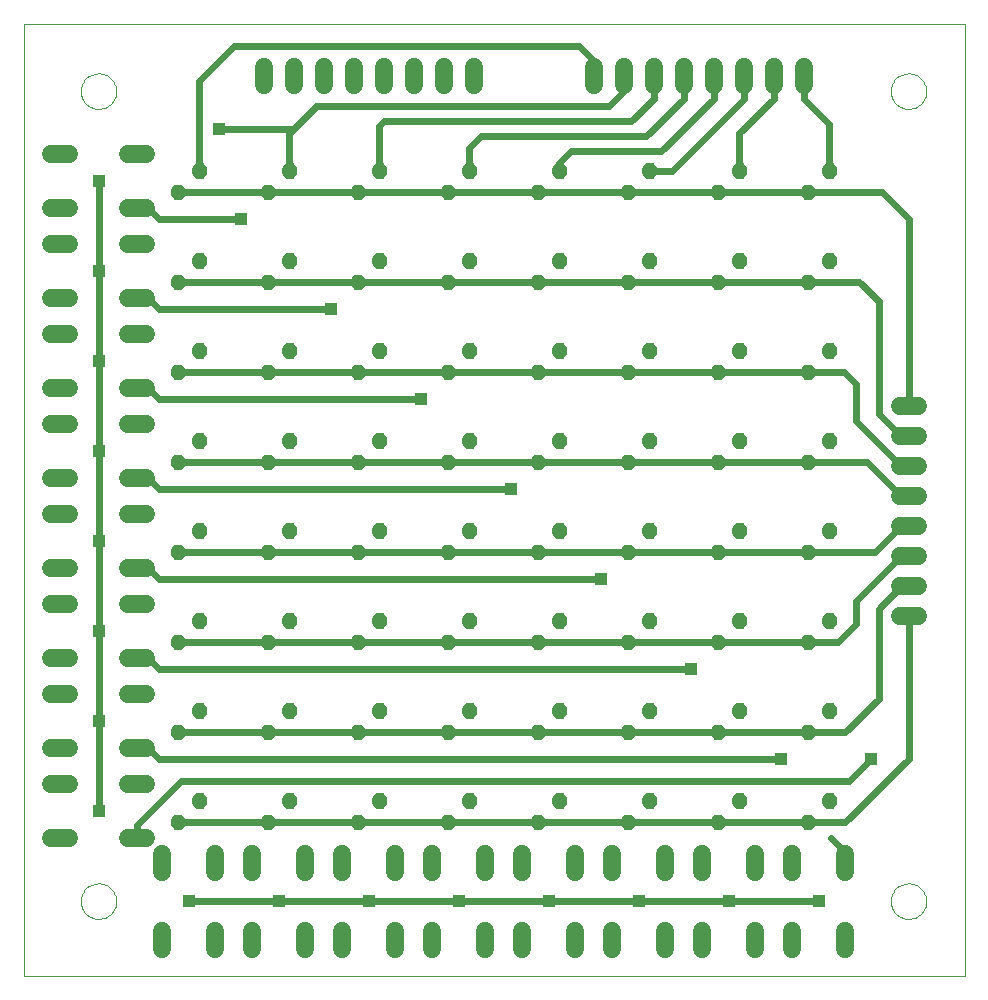
<source format=gtl>
G75*
G70*
%OFA0B0*%
%FSLAX24Y24*%
%IPPOS*%
%LPD*%
%AMOC8*
5,1,8,0,0,1.08239X$1,22.5*
%
%ADD10C,0.0000*%
%ADD11C,0.0104*%
%ADD12C,0.0600*%
%ADD13C,0.0240*%
%ADD14R,0.0396X0.0396*%
D10*
X000109Y000101D02*
X000109Y031847D01*
X031479Y031847D01*
X031479Y000101D01*
X000109Y000101D01*
X002018Y002601D02*
X002020Y002649D01*
X002026Y002697D01*
X002036Y002744D01*
X002049Y002790D01*
X002067Y002835D01*
X002087Y002879D01*
X002112Y002921D01*
X002140Y002960D01*
X002170Y002997D01*
X002204Y003031D01*
X002241Y003063D01*
X002279Y003092D01*
X002320Y003117D01*
X002363Y003139D01*
X002408Y003157D01*
X002454Y003171D01*
X002501Y003182D01*
X002549Y003189D01*
X002597Y003192D01*
X002645Y003191D01*
X002693Y003186D01*
X002741Y003177D01*
X002787Y003165D01*
X002832Y003148D01*
X002876Y003128D01*
X002918Y003105D01*
X002958Y003078D01*
X002996Y003048D01*
X003031Y003015D01*
X003063Y002979D01*
X003093Y002941D01*
X003119Y002900D01*
X003141Y002857D01*
X003161Y002813D01*
X003176Y002768D01*
X003188Y002721D01*
X003196Y002673D01*
X003200Y002625D01*
X003200Y002577D01*
X003196Y002529D01*
X003188Y002481D01*
X003176Y002434D01*
X003161Y002389D01*
X003141Y002345D01*
X003119Y002302D01*
X003093Y002261D01*
X003063Y002223D01*
X003031Y002187D01*
X002996Y002154D01*
X002958Y002124D01*
X002918Y002097D01*
X002876Y002074D01*
X002832Y002054D01*
X002787Y002037D01*
X002741Y002025D01*
X002693Y002016D01*
X002645Y002011D01*
X002597Y002010D01*
X002549Y002013D01*
X002501Y002020D01*
X002454Y002031D01*
X002408Y002045D01*
X002363Y002063D01*
X002320Y002085D01*
X002279Y002110D01*
X002241Y002139D01*
X002204Y002171D01*
X002170Y002205D01*
X002140Y002242D01*
X002112Y002281D01*
X002087Y002323D01*
X002067Y002367D01*
X002049Y002412D01*
X002036Y002458D01*
X002026Y002505D01*
X002020Y002553D01*
X002018Y002601D01*
X002018Y029601D02*
X002020Y029649D01*
X002026Y029697D01*
X002036Y029744D01*
X002049Y029790D01*
X002067Y029835D01*
X002087Y029879D01*
X002112Y029921D01*
X002140Y029960D01*
X002170Y029997D01*
X002204Y030031D01*
X002241Y030063D01*
X002279Y030092D01*
X002320Y030117D01*
X002363Y030139D01*
X002408Y030157D01*
X002454Y030171D01*
X002501Y030182D01*
X002549Y030189D01*
X002597Y030192D01*
X002645Y030191D01*
X002693Y030186D01*
X002741Y030177D01*
X002787Y030165D01*
X002832Y030148D01*
X002876Y030128D01*
X002918Y030105D01*
X002958Y030078D01*
X002996Y030048D01*
X003031Y030015D01*
X003063Y029979D01*
X003093Y029941D01*
X003119Y029900D01*
X003141Y029857D01*
X003161Y029813D01*
X003176Y029768D01*
X003188Y029721D01*
X003196Y029673D01*
X003200Y029625D01*
X003200Y029577D01*
X003196Y029529D01*
X003188Y029481D01*
X003176Y029434D01*
X003161Y029389D01*
X003141Y029345D01*
X003119Y029302D01*
X003093Y029261D01*
X003063Y029223D01*
X003031Y029187D01*
X002996Y029154D01*
X002958Y029124D01*
X002918Y029097D01*
X002876Y029074D01*
X002832Y029054D01*
X002787Y029037D01*
X002741Y029025D01*
X002693Y029016D01*
X002645Y029011D01*
X002597Y029010D01*
X002549Y029013D01*
X002501Y029020D01*
X002454Y029031D01*
X002408Y029045D01*
X002363Y029063D01*
X002320Y029085D01*
X002279Y029110D01*
X002241Y029139D01*
X002204Y029171D01*
X002170Y029205D01*
X002140Y029242D01*
X002112Y029281D01*
X002087Y029323D01*
X002067Y029367D01*
X002049Y029412D01*
X002036Y029458D01*
X002026Y029505D01*
X002020Y029553D01*
X002018Y029601D01*
X029018Y029601D02*
X029020Y029649D01*
X029026Y029697D01*
X029036Y029744D01*
X029049Y029790D01*
X029067Y029835D01*
X029087Y029879D01*
X029112Y029921D01*
X029140Y029960D01*
X029170Y029997D01*
X029204Y030031D01*
X029241Y030063D01*
X029279Y030092D01*
X029320Y030117D01*
X029363Y030139D01*
X029408Y030157D01*
X029454Y030171D01*
X029501Y030182D01*
X029549Y030189D01*
X029597Y030192D01*
X029645Y030191D01*
X029693Y030186D01*
X029741Y030177D01*
X029787Y030165D01*
X029832Y030148D01*
X029876Y030128D01*
X029918Y030105D01*
X029958Y030078D01*
X029996Y030048D01*
X030031Y030015D01*
X030063Y029979D01*
X030093Y029941D01*
X030119Y029900D01*
X030141Y029857D01*
X030161Y029813D01*
X030176Y029768D01*
X030188Y029721D01*
X030196Y029673D01*
X030200Y029625D01*
X030200Y029577D01*
X030196Y029529D01*
X030188Y029481D01*
X030176Y029434D01*
X030161Y029389D01*
X030141Y029345D01*
X030119Y029302D01*
X030093Y029261D01*
X030063Y029223D01*
X030031Y029187D01*
X029996Y029154D01*
X029958Y029124D01*
X029918Y029097D01*
X029876Y029074D01*
X029832Y029054D01*
X029787Y029037D01*
X029741Y029025D01*
X029693Y029016D01*
X029645Y029011D01*
X029597Y029010D01*
X029549Y029013D01*
X029501Y029020D01*
X029454Y029031D01*
X029408Y029045D01*
X029363Y029063D01*
X029320Y029085D01*
X029279Y029110D01*
X029241Y029139D01*
X029204Y029171D01*
X029170Y029205D01*
X029140Y029242D01*
X029112Y029281D01*
X029087Y029323D01*
X029067Y029367D01*
X029049Y029412D01*
X029036Y029458D01*
X029026Y029505D01*
X029020Y029553D01*
X029018Y029601D01*
X029018Y002601D02*
X029020Y002649D01*
X029026Y002697D01*
X029036Y002744D01*
X029049Y002790D01*
X029067Y002835D01*
X029087Y002879D01*
X029112Y002921D01*
X029140Y002960D01*
X029170Y002997D01*
X029204Y003031D01*
X029241Y003063D01*
X029279Y003092D01*
X029320Y003117D01*
X029363Y003139D01*
X029408Y003157D01*
X029454Y003171D01*
X029501Y003182D01*
X029549Y003189D01*
X029597Y003192D01*
X029645Y003191D01*
X029693Y003186D01*
X029741Y003177D01*
X029787Y003165D01*
X029832Y003148D01*
X029876Y003128D01*
X029918Y003105D01*
X029958Y003078D01*
X029996Y003048D01*
X030031Y003015D01*
X030063Y002979D01*
X030093Y002941D01*
X030119Y002900D01*
X030141Y002857D01*
X030161Y002813D01*
X030176Y002768D01*
X030188Y002721D01*
X030196Y002673D01*
X030200Y002625D01*
X030200Y002577D01*
X030196Y002529D01*
X030188Y002481D01*
X030176Y002434D01*
X030161Y002389D01*
X030141Y002345D01*
X030119Y002302D01*
X030093Y002261D01*
X030063Y002223D01*
X030031Y002187D01*
X029996Y002154D01*
X029958Y002124D01*
X029918Y002097D01*
X029876Y002074D01*
X029832Y002054D01*
X029787Y002037D01*
X029741Y002025D01*
X029693Y002016D01*
X029645Y002011D01*
X029597Y002010D01*
X029549Y002013D01*
X029501Y002020D01*
X029454Y002031D01*
X029408Y002045D01*
X029363Y002063D01*
X029320Y002085D01*
X029279Y002110D01*
X029241Y002139D01*
X029204Y002171D01*
X029170Y002205D01*
X029140Y002242D01*
X029112Y002281D01*
X029087Y002323D01*
X029067Y002367D01*
X029049Y002412D01*
X029036Y002458D01*
X029026Y002505D01*
X029020Y002553D01*
X029018Y002601D01*
D11*
X026410Y005281D02*
X026462Y005333D01*
X026462Y005161D01*
X026341Y005040D01*
X026169Y005040D01*
X026048Y005161D01*
X026048Y005333D01*
X026169Y005454D01*
X026341Y005454D01*
X026462Y005333D01*
X026384Y005301D01*
X026384Y005193D01*
X026309Y005118D01*
X026201Y005118D01*
X026126Y005193D01*
X026126Y005301D01*
X026201Y005376D01*
X026309Y005376D01*
X026384Y005301D01*
X026306Y005268D01*
X026306Y005226D01*
X026276Y005196D01*
X026234Y005196D01*
X026204Y005226D01*
X026204Y005268D01*
X026234Y005298D01*
X026276Y005298D01*
X026306Y005268D01*
X027117Y005988D02*
X027169Y006040D01*
X027169Y005868D01*
X027048Y005747D01*
X026876Y005747D01*
X026755Y005868D01*
X026755Y006040D01*
X026876Y006161D01*
X027048Y006161D01*
X027169Y006040D01*
X027091Y006008D01*
X027091Y005900D01*
X027016Y005825D01*
X026908Y005825D01*
X026833Y005900D01*
X026833Y006008D01*
X026908Y006083D01*
X027016Y006083D01*
X027091Y006008D01*
X027013Y005975D01*
X027013Y005933D01*
X026983Y005903D01*
X026941Y005903D01*
X026911Y005933D01*
X026911Y005975D01*
X026941Y006005D01*
X026983Y006005D01*
X027013Y005975D01*
X026410Y008281D02*
X026462Y008333D01*
X026462Y008161D01*
X026341Y008040D01*
X026169Y008040D01*
X026048Y008161D01*
X026048Y008333D01*
X026169Y008454D01*
X026341Y008454D01*
X026462Y008333D01*
X026384Y008301D01*
X026384Y008193D01*
X026309Y008118D01*
X026201Y008118D01*
X026126Y008193D01*
X026126Y008301D01*
X026201Y008376D01*
X026309Y008376D01*
X026384Y008301D01*
X026306Y008268D01*
X026306Y008226D01*
X026276Y008196D01*
X026234Y008196D01*
X026204Y008226D01*
X026204Y008268D01*
X026234Y008298D01*
X026276Y008298D01*
X026306Y008268D01*
X027117Y008988D02*
X027169Y009040D01*
X027169Y008868D01*
X027048Y008747D01*
X026876Y008747D01*
X026755Y008868D01*
X026755Y009040D01*
X026876Y009161D01*
X027048Y009161D01*
X027169Y009040D01*
X027091Y009008D01*
X027091Y008900D01*
X027016Y008825D01*
X026908Y008825D01*
X026833Y008900D01*
X026833Y009008D01*
X026908Y009083D01*
X027016Y009083D01*
X027091Y009008D01*
X027013Y008975D01*
X027013Y008933D01*
X026983Y008903D01*
X026941Y008903D01*
X026911Y008933D01*
X026911Y008975D01*
X026941Y009005D01*
X026983Y009005D01*
X027013Y008975D01*
X026410Y011281D02*
X026462Y011333D01*
X026462Y011161D01*
X026341Y011040D01*
X026169Y011040D01*
X026048Y011161D01*
X026048Y011333D01*
X026169Y011454D01*
X026341Y011454D01*
X026462Y011333D01*
X026384Y011301D01*
X026384Y011193D01*
X026309Y011118D01*
X026201Y011118D01*
X026126Y011193D01*
X026126Y011301D01*
X026201Y011376D01*
X026309Y011376D01*
X026384Y011301D01*
X026306Y011268D01*
X026306Y011226D01*
X026276Y011196D01*
X026234Y011196D01*
X026204Y011226D01*
X026204Y011268D01*
X026234Y011298D01*
X026276Y011298D01*
X026306Y011268D01*
X027117Y011988D02*
X027169Y012040D01*
X027169Y011868D01*
X027048Y011747D01*
X026876Y011747D01*
X026755Y011868D01*
X026755Y012040D01*
X026876Y012161D01*
X027048Y012161D01*
X027169Y012040D01*
X027091Y012008D01*
X027091Y011900D01*
X027016Y011825D01*
X026908Y011825D01*
X026833Y011900D01*
X026833Y012008D01*
X026908Y012083D01*
X027016Y012083D01*
X027091Y012008D01*
X027013Y011975D01*
X027013Y011933D01*
X026983Y011903D01*
X026941Y011903D01*
X026911Y011933D01*
X026911Y011975D01*
X026941Y012005D01*
X026983Y012005D01*
X027013Y011975D01*
X026410Y014281D02*
X026462Y014333D01*
X026462Y014161D01*
X026341Y014040D01*
X026169Y014040D01*
X026048Y014161D01*
X026048Y014333D01*
X026169Y014454D01*
X026341Y014454D01*
X026462Y014333D01*
X026384Y014301D01*
X026384Y014193D01*
X026309Y014118D01*
X026201Y014118D01*
X026126Y014193D01*
X026126Y014301D01*
X026201Y014376D01*
X026309Y014376D01*
X026384Y014301D01*
X026306Y014268D01*
X026306Y014226D01*
X026276Y014196D01*
X026234Y014196D01*
X026204Y014226D01*
X026204Y014268D01*
X026234Y014298D01*
X026276Y014298D01*
X026306Y014268D01*
X027117Y014988D02*
X027169Y015040D01*
X027169Y014868D01*
X027048Y014747D01*
X026876Y014747D01*
X026755Y014868D01*
X026755Y015040D01*
X026876Y015161D01*
X027048Y015161D01*
X027169Y015040D01*
X027091Y015008D01*
X027091Y014900D01*
X027016Y014825D01*
X026908Y014825D01*
X026833Y014900D01*
X026833Y015008D01*
X026908Y015083D01*
X027016Y015083D01*
X027091Y015008D01*
X027013Y014975D01*
X027013Y014933D01*
X026983Y014903D01*
X026941Y014903D01*
X026911Y014933D01*
X026911Y014975D01*
X026941Y015005D01*
X026983Y015005D01*
X027013Y014975D01*
X026410Y017281D02*
X026462Y017333D01*
X026462Y017161D01*
X026341Y017040D01*
X026169Y017040D01*
X026048Y017161D01*
X026048Y017333D01*
X026169Y017454D01*
X026341Y017454D01*
X026462Y017333D01*
X026384Y017301D01*
X026384Y017193D01*
X026309Y017118D01*
X026201Y017118D01*
X026126Y017193D01*
X026126Y017301D01*
X026201Y017376D01*
X026309Y017376D01*
X026384Y017301D01*
X026306Y017268D01*
X026306Y017226D01*
X026276Y017196D01*
X026234Y017196D01*
X026204Y017226D01*
X026204Y017268D01*
X026234Y017298D01*
X026276Y017298D01*
X026306Y017268D01*
X027117Y017988D02*
X027169Y018040D01*
X027169Y017868D01*
X027048Y017747D01*
X026876Y017747D01*
X026755Y017868D01*
X026755Y018040D01*
X026876Y018161D01*
X027048Y018161D01*
X027169Y018040D01*
X027091Y018008D01*
X027091Y017900D01*
X027016Y017825D01*
X026908Y017825D01*
X026833Y017900D01*
X026833Y018008D01*
X026908Y018083D01*
X027016Y018083D01*
X027091Y018008D01*
X027013Y017975D01*
X027013Y017933D01*
X026983Y017903D01*
X026941Y017903D01*
X026911Y017933D01*
X026911Y017975D01*
X026941Y018005D01*
X026983Y018005D01*
X027013Y017975D01*
X026410Y020281D02*
X026462Y020333D01*
X026462Y020161D01*
X026341Y020040D01*
X026169Y020040D01*
X026048Y020161D01*
X026048Y020333D01*
X026169Y020454D01*
X026341Y020454D01*
X026462Y020333D01*
X026384Y020301D01*
X026384Y020193D01*
X026309Y020118D01*
X026201Y020118D01*
X026126Y020193D01*
X026126Y020301D01*
X026201Y020376D01*
X026309Y020376D01*
X026384Y020301D01*
X026306Y020268D01*
X026306Y020226D01*
X026276Y020196D01*
X026234Y020196D01*
X026204Y020226D01*
X026204Y020268D01*
X026234Y020298D01*
X026276Y020298D01*
X026306Y020268D01*
X027117Y020988D02*
X027169Y021040D01*
X027169Y020868D01*
X027048Y020747D01*
X026876Y020747D01*
X026755Y020868D01*
X026755Y021040D01*
X026876Y021161D01*
X027048Y021161D01*
X027169Y021040D01*
X027091Y021008D01*
X027091Y020900D01*
X027016Y020825D01*
X026908Y020825D01*
X026833Y020900D01*
X026833Y021008D01*
X026908Y021083D01*
X027016Y021083D01*
X027091Y021008D01*
X027013Y020975D01*
X027013Y020933D01*
X026983Y020903D01*
X026941Y020903D01*
X026911Y020933D01*
X026911Y020975D01*
X026941Y021005D01*
X026983Y021005D01*
X027013Y020975D01*
X026410Y023281D02*
X026462Y023333D01*
X026462Y023161D01*
X026341Y023040D01*
X026169Y023040D01*
X026048Y023161D01*
X026048Y023333D01*
X026169Y023454D01*
X026341Y023454D01*
X026462Y023333D01*
X026384Y023301D01*
X026384Y023193D01*
X026309Y023118D01*
X026201Y023118D01*
X026126Y023193D01*
X026126Y023301D01*
X026201Y023376D01*
X026309Y023376D01*
X026384Y023301D01*
X026306Y023268D01*
X026306Y023226D01*
X026276Y023196D01*
X026234Y023196D01*
X026204Y023226D01*
X026204Y023268D01*
X026234Y023298D01*
X026276Y023298D01*
X026306Y023268D01*
X027117Y023988D02*
X027169Y024040D01*
X027169Y023868D01*
X027048Y023747D01*
X026876Y023747D01*
X026755Y023868D01*
X026755Y024040D01*
X026876Y024161D01*
X027048Y024161D01*
X027169Y024040D01*
X027091Y024008D01*
X027091Y023900D01*
X027016Y023825D01*
X026908Y023825D01*
X026833Y023900D01*
X026833Y024008D01*
X026908Y024083D01*
X027016Y024083D01*
X027091Y024008D01*
X027013Y023975D01*
X027013Y023933D01*
X026983Y023903D01*
X026941Y023903D01*
X026911Y023933D01*
X026911Y023975D01*
X026941Y024005D01*
X026983Y024005D01*
X027013Y023975D01*
X026410Y026281D02*
X026462Y026333D01*
X026462Y026161D01*
X026341Y026040D01*
X026169Y026040D01*
X026048Y026161D01*
X026048Y026333D01*
X026169Y026454D01*
X026341Y026454D01*
X026462Y026333D01*
X026384Y026301D01*
X026384Y026193D01*
X026309Y026118D01*
X026201Y026118D01*
X026126Y026193D01*
X026126Y026301D01*
X026201Y026376D01*
X026309Y026376D01*
X026384Y026301D01*
X026306Y026268D01*
X026306Y026226D01*
X026276Y026196D01*
X026234Y026196D01*
X026204Y026226D01*
X026204Y026268D01*
X026234Y026298D01*
X026276Y026298D01*
X026306Y026268D01*
X027117Y026988D02*
X027169Y027040D01*
X027169Y026868D01*
X027048Y026747D01*
X026876Y026747D01*
X026755Y026868D01*
X026755Y027040D01*
X026876Y027161D01*
X027048Y027161D01*
X027169Y027040D01*
X027091Y027008D01*
X027091Y026900D01*
X027016Y026825D01*
X026908Y026825D01*
X026833Y026900D01*
X026833Y027008D01*
X026908Y027083D01*
X027016Y027083D01*
X027091Y027008D01*
X027013Y026975D01*
X027013Y026933D01*
X026983Y026903D01*
X026941Y026903D01*
X026911Y026933D01*
X026911Y026975D01*
X026941Y027005D01*
X026983Y027005D01*
X027013Y026975D01*
X024117Y026988D02*
X024169Y027040D01*
X024169Y026868D01*
X024048Y026747D01*
X023876Y026747D01*
X023755Y026868D01*
X023755Y027040D01*
X023876Y027161D01*
X024048Y027161D01*
X024169Y027040D01*
X024091Y027008D01*
X024091Y026900D01*
X024016Y026825D01*
X023908Y026825D01*
X023833Y026900D01*
X023833Y027008D01*
X023908Y027083D01*
X024016Y027083D01*
X024091Y027008D01*
X024013Y026975D01*
X024013Y026933D01*
X023983Y026903D01*
X023941Y026903D01*
X023911Y026933D01*
X023911Y026975D01*
X023941Y027005D01*
X023983Y027005D01*
X024013Y026975D01*
X023410Y026281D02*
X023462Y026333D01*
X023462Y026161D01*
X023341Y026040D01*
X023169Y026040D01*
X023048Y026161D01*
X023048Y026333D01*
X023169Y026454D01*
X023341Y026454D01*
X023462Y026333D01*
X023384Y026301D01*
X023384Y026193D01*
X023309Y026118D01*
X023201Y026118D01*
X023126Y026193D01*
X023126Y026301D01*
X023201Y026376D01*
X023309Y026376D01*
X023384Y026301D01*
X023306Y026268D01*
X023306Y026226D01*
X023276Y026196D01*
X023234Y026196D01*
X023204Y026226D01*
X023204Y026268D01*
X023234Y026298D01*
X023276Y026298D01*
X023306Y026268D01*
X021117Y026988D02*
X021169Y027040D01*
X021169Y026868D01*
X021048Y026747D01*
X020876Y026747D01*
X020755Y026868D01*
X020755Y027040D01*
X020876Y027161D01*
X021048Y027161D01*
X021169Y027040D01*
X021091Y027008D01*
X021091Y026900D01*
X021016Y026825D01*
X020908Y026825D01*
X020833Y026900D01*
X020833Y027008D01*
X020908Y027083D01*
X021016Y027083D01*
X021091Y027008D01*
X021013Y026975D01*
X021013Y026933D01*
X020983Y026903D01*
X020941Y026903D01*
X020911Y026933D01*
X020911Y026975D01*
X020941Y027005D01*
X020983Y027005D01*
X021013Y026975D01*
X020410Y026281D02*
X020462Y026333D01*
X020462Y026161D01*
X020341Y026040D01*
X020169Y026040D01*
X020048Y026161D01*
X020048Y026333D01*
X020169Y026454D01*
X020341Y026454D01*
X020462Y026333D01*
X020384Y026301D01*
X020384Y026193D01*
X020309Y026118D01*
X020201Y026118D01*
X020126Y026193D01*
X020126Y026301D01*
X020201Y026376D01*
X020309Y026376D01*
X020384Y026301D01*
X020306Y026268D01*
X020306Y026226D01*
X020276Y026196D01*
X020234Y026196D01*
X020204Y026226D01*
X020204Y026268D01*
X020234Y026298D01*
X020276Y026298D01*
X020306Y026268D01*
X021117Y023988D02*
X021169Y024040D01*
X021169Y023868D01*
X021048Y023747D01*
X020876Y023747D01*
X020755Y023868D01*
X020755Y024040D01*
X020876Y024161D01*
X021048Y024161D01*
X021169Y024040D01*
X021091Y024008D01*
X021091Y023900D01*
X021016Y023825D01*
X020908Y023825D01*
X020833Y023900D01*
X020833Y024008D01*
X020908Y024083D01*
X021016Y024083D01*
X021091Y024008D01*
X021013Y023975D01*
X021013Y023933D01*
X020983Y023903D01*
X020941Y023903D01*
X020911Y023933D01*
X020911Y023975D01*
X020941Y024005D01*
X020983Y024005D01*
X021013Y023975D01*
X020410Y023281D02*
X020462Y023333D01*
X020462Y023161D01*
X020341Y023040D01*
X020169Y023040D01*
X020048Y023161D01*
X020048Y023333D01*
X020169Y023454D01*
X020341Y023454D01*
X020462Y023333D01*
X020384Y023301D01*
X020384Y023193D01*
X020309Y023118D01*
X020201Y023118D01*
X020126Y023193D01*
X020126Y023301D01*
X020201Y023376D01*
X020309Y023376D01*
X020384Y023301D01*
X020306Y023268D01*
X020306Y023226D01*
X020276Y023196D01*
X020234Y023196D01*
X020204Y023226D01*
X020204Y023268D01*
X020234Y023298D01*
X020276Y023298D01*
X020306Y023268D01*
X021117Y020988D02*
X021169Y021040D01*
X021169Y020868D01*
X021048Y020747D01*
X020876Y020747D01*
X020755Y020868D01*
X020755Y021040D01*
X020876Y021161D01*
X021048Y021161D01*
X021169Y021040D01*
X021091Y021008D01*
X021091Y020900D01*
X021016Y020825D01*
X020908Y020825D01*
X020833Y020900D01*
X020833Y021008D01*
X020908Y021083D01*
X021016Y021083D01*
X021091Y021008D01*
X021013Y020975D01*
X021013Y020933D01*
X020983Y020903D01*
X020941Y020903D01*
X020911Y020933D01*
X020911Y020975D01*
X020941Y021005D01*
X020983Y021005D01*
X021013Y020975D01*
X020410Y020281D02*
X020462Y020333D01*
X020462Y020161D01*
X020341Y020040D01*
X020169Y020040D01*
X020048Y020161D01*
X020048Y020333D01*
X020169Y020454D01*
X020341Y020454D01*
X020462Y020333D01*
X020384Y020301D01*
X020384Y020193D01*
X020309Y020118D01*
X020201Y020118D01*
X020126Y020193D01*
X020126Y020301D01*
X020201Y020376D01*
X020309Y020376D01*
X020384Y020301D01*
X020306Y020268D01*
X020306Y020226D01*
X020276Y020196D01*
X020234Y020196D01*
X020204Y020226D01*
X020204Y020268D01*
X020234Y020298D01*
X020276Y020298D01*
X020306Y020268D01*
X021117Y017988D02*
X021169Y018040D01*
X021169Y017868D01*
X021048Y017747D01*
X020876Y017747D01*
X020755Y017868D01*
X020755Y018040D01*
X020876Y018161D01*
X021048Y018161D01*
X021169Y018040D01*
X021091Y018008D01*
X021091Y017900D01*
X021016Y017825D01*
X020908Y017825D01*
X020833Y017900D01*
X020833Y018008D01*
X020908Y018083D01*
X021016Y018083D01*
X021091Y018008D01*
X021013Y017975D01*
X021013Y017933D01*
X020983Y017903D01*
X020941Y017903D01*
X020911Y017933D01*
X020911Y017975D01*
X020941Y018005D01*
X020983Y018005D01*
X021013Y017975D01*
X020410Y017281D02*
X020462Y017333D01*
X020462Y017161D01*
X020341Y017040D01*
X020169Y017040D01*
X020048Y017161D01*
X020048Y017333D01*
X020169Y017454D01*
X020341Y017454D01*
X020462Y017333D01*
X020384Y017301D01*
X020384Y017193D01*
X020309Y017118D01*
X020201Y017118D01*
X020126Y017193D01*
X020126Y017301D01*
X020201Y017376D01*
X020309Y017376D01*
X020384Y017301D01*
X020306Y017268D01*
X020306Y017226D01*
X020276Y017196D01*
X020234Y017196D01*
X020204Y017226D01*
X020204Y017268D01*
X020234Y017298D01*
X020276Y017298D01*
X020306Y017268D01*
X021117Y014988D02*
X021169Y015040D01*
X021169Y014868D01*
X021048Y014747D01*
X020876Y014747D01*
X020755Y014868D01*
X020755Y015040D01*
X020876Y015161D01*
X021048Y015161D01*
X021169Y015040D01*
X021091Y015008D01*
X021091Y014900D01*
X021016Y014825D01*
X020908Y014825D01*
X020833Y014900D01*
X020833Y015008D01*
X020908Y015083D01*
X021016Y015083D01*
X021091Y015008D01*
X021013Y014975D01*
X021013Y014933D01*
X020983Y014903D01*
X020941Y014903D01*
X020911Y014933D01*
X020911Y014975D01*
X020941Y015005D01*
X020983Y015005D01*
X021013Y014975D01*
X020410Y014281D02*
X020462Y014333D01*
X020462Y014161D01*
X020341Y014040D01*
X020169Y014040D01*
X020048Y014161D01*
X020048Y014333D01*
X020169Y014454D01*
X020341Y014454D01*
X020462Y014333D01*
X020384Y014301D01*
X020384Y014193D01*
X020309Y014118D01*
X020201Y014118D01*
X020126Y014193D01*
X020126Y014301D01*
X020201Y014376D01*
X020309Y014376D01*
X020384Y014301D01*
X020306Y014268D01*
X020306Y014226D01*
X020276Y014196D01*
X020234Y014196D01*
X020204Y014226D01*
X020204Y014268D01*
X020234Y014298D01*
X020276Y014298D01*
X020306Y014268D01*
X021117Y011988D02*
X021169Y012040D01*
X021169Y011868D01*
X021048Y011747D01*
X020876Y011747D01*
X020755Y011868D01*
X020755Y012040D01*
X020876Y012161D01*
X021048Y012161D01*
X021169Y012040D01*
X021091Y012008D01*
X021091Y011900D01*
X021016Y011825D01*
X020908Y011825D01*
X020833Y011900D01*
X020833Y012008D01*
X020908Y012083D01*
X021016Y012083D01*
X021091Y012008D01*
X021013Y011975D01*
X021013Y011933D01*
X020983Y011903D01*
X020941Y011903D01*
X020911Y011933D01*
X020911Y011975D01*
X020941Y012005D01*
X020983Y012005D01*
X021013Y011975D01*
X020410Y011281D02*
X020462Y011333D01*
X020462Y011161D01*
X020341Y011040D01*
X020169Y011040D01*
X020048Y011161D01*
X020048Y011333D01*
X020169Y011454D01*
X020341Y011454D01*
X020462Y011333D01*
X020384Y011301D01*
X020384Y011193D01*
X020309Y011118D01*
X020201Y011118D01*
X020126Y011193D01*
X020126Y011301D01*
X020201Y011376D01*
X020309Y011376D01*
X020384Y011301D01*
X020306Y011268D01*
X020306Y011226D01*
X020276Y011196D01*
X020234Y011196D01*
X020204Y011226D01*
X020204Y011268D01*
X020234Y011298D01*
X020276Y011298D01*
X020306Y011268D01*
X021117Y008988D02*
X021169Y009040D01*
X021169Y008868D01*
X021048Y008747D01*
X020876Y008747D01*
X020755Y008868D01*
X020755Y009040D01*
X020876Y009161D01*
X021048Y009161D01*
X021169Y009040D01*
X021091Y009008D01*
X021091Y008900D01*
X021016Y008825D01*
X020908Y008825D01*
X020833Y008900D01*
X020833Y009008D01*
X020908Y009083D01*
X021016Y009083D01*
X021091Y009008D01*
X021013Y008975D01*
X021013Y008933D01*
X020983Y008903D01*
X020941Y008903D01*
X020911Y008933D01*
X020911Y008975D01*
X020941Y009005D01*
X020983Y009005D01*
X021013Y008975D01*
X020410Y008281D02*
X020462Y008333D01*
X020462Y008161D01*
X020341Y008040D01*
X020169Y008040D01*
X020048Y008161D01*
X020048Y008333D01*
X020169Y008454D01*
X020341Y008454D01*
X020462Y008333D01*
X020384Y008301D01*
X020384Y008193D01*
X020309Y008118D01*
X020201Y008118D01*
X020126Y008193D01*
X020126Y008301D01*
X020201Y008376D01*
X020309Y008376D01*
X020384Y008301D01*
X020306Y008268D01*
X020306Y008226D01*
X020276Y008196D01*
X020234Y008196D01*
X020204Y008226D01*
X020204Y008268D01*
X020234Y008298D01*
X020276Y008298D01*
X020306Y008268D01*
X021117Y005988D02*
X021169Y006040D01*
X021169Y005868D01*
X021048Y005747D01*
X020876Y005747D01*
X020755Y005868D01*
X020755Y006040D01*
X020876Y006161D01*
X021048Y006161D01*
X021169Y006040D01*
X021091Y006008D01*
X021091Y005900D01*
X021016Y005825D01*
X020908Y005825D01*
X020833Y005900D01*
X020833Y006008D01*
X020908Y006083D01*
X021016Y006083D01*
X021091Y006008D01*
X021013Y005975D01*
X021013Y005933D01*
X020983Y005903D01*
X020941Y005903D01*
X020911Y005933D01*
X020911Y005975D01*
X020941Y006005D01*
X020983Y006005D01*
X021013Y005975D01*
X020410Y005281D02*
X020462Y005333D01*
X020462Y005161D01*
X020341Y005040D01*
X020169Y005040D01*
X020048Y005161D01*
X020048Y005333D01*
X020169Y005454D01*
X020341Y005454D01*
X020462Y005333D01*
X020384Y005301D01*
X020384Y005193D01*
X020309Y005118D01*
X020201Y005118D01*
X020126Y005193D01*
X020126Y005301D01*
X020201Y005376D01*
X020309Y005376D01*
X020384Y005301D01*
X020306Y005268D01*
X020306Y005226D01*
X020276Y005196D01*
X020234Y005196D01*
X020204Y005226D01*
X020204Y005268D01*
X020234Y005298D01*
X020276Y005298D01*
X020306Y005268D01*
X018117Y005988D02*
X018169Y006040D01*
X018169Y005868D01*
X018048Y005747D01*
X017876Y005747D01*
X017755Y005868D01*
X017755Y006040D01*
X017876Y006161D01*
X018048Y006161D01*
X018169Y006040D01*
X018091Y006008D01*
X018091Y005900D01*
X018016Y005825D01*
X017908Y005825D01*
X017833Y005900D01*
X017833Y006008D01*
X017908Y006083D01*
X018016Y006083D01*
X018091Y006008D01*
X018013Y005975D01*
X018013Y005933D01*
X017983Y005903D01*
X017941Y005903D01*
X017911Y005933D01*
X017911Y005975D01*
X017941Y006005D01*
X017983Y006005D01*
X018013Y005975D01*
X017410Y005281D02*
X017462Y005333D01*
X017462Y005161D01*
X017341Y005040D01*
X017169Y005040D01*
X017048Y005161D01*
X017048Y005333D01*
X017169Y005454D01*
X017341Y005454D01*
X017462Y005333D01*
X017384Y005301D01*
X017384Y005193D01*
X017309Y005118D01*
X017201Y005118D01*
X017126Y005193D01*
X017126Y005301D01*
X017201Y005376D01*
X017309Y005376D01*
X017384Y005301D01*
X017306Y005268D01*
X017306Y005226D01*
X017276Y005196D01*
X017234Y005196D01*
X017204Y005226D01*
X017204Y005268D01*
X017234Y005298D01*
X017276Y005298D01*
X017306Y005268D01*
X015117Y005988D02*
X015169Y006040D01*
X015169Y005868D01*
X015048Y005747D01*
X014876Y005747D01*
X014755Y005868D01*
X014755Y006040D01*
X014876Y006161D01*
X015048Y006161D01*
X015169Y006040D01*
X015091Y006008D01*
X015091Y005900D01*
X015016Y005825D01*
X014908Y005825D01*
X014833Y005900D01*
X014833Y006008D01*
X014908Y006083D01*
X015016Y006083D01*
X015091Y006008D01*
X015013Y005975D01*
X015013Y005933D01*
X014983Y005903D01*
X014941Y005903D01*
X014911Y005933D01*
X014911Y005975D01*
X014941Y006005D01*
X014983Y006005D01*
X015013Y005975D01*
X014410Y005281D02*
X014462Y005333D01*
X014462Y005161D01*
X014341Y005040D01*
X014169Y005040D01*
X014048Y005161D01*
X014048Y005333D01*
X014169Y005454D01*
X014341Y005454D01*
X014462Y005333D01*
X014384Y005301D01*
X014384Y005193D01*
X014309Y005118D01*
X014201Y005118D01*
X014126Y005193D01*
X014126Y005301D01*
X014201Y005376D01*
X014309Y005376D01*
X014384Y005301D01*
X014306Y005268D01*
X014306Y005226D01*
X014276Y005196D01*
X014234Y005196D01*
X014204Y005226D01*
X014204Y005268D01*
X014234Y005298D01*
X014276Y005298D01*
X014306Y005268D01*
X012117Y005988D02*
X012169Y006040D01*
X012169Y005868D01*
X012048Y005747D01*
X011876Y005747D01*
X011755Y005868D01*
X011755Y006040D01*
X011876Y006161D01*
X012048Y006161D01*
X012169Y006040D01*
X012091Y006008D01*
X012091Y005900D01*
X012016Y005825D01*
X011908Y005825D01*
X011833Y005900D01*
X011833Y006008D01*
X011908Y006083D01*
X012016Y006083D01*
X012091Y006008D01*
X012013Y005975D01*
X012013Y005933D01*
X011983Y005903D01*
X011941Y005903D01*
X011911Y005933D01*
X011911Y005975D01*
X011941Y006005D01*
X011983Y006005D01*
X012013Y005975D01*
X011410Y005281D02*
X011462Y005333D01*
X011462Y005161D01*
X011341Y005040D01*
X011169Y005040D01*
X011048Y005161D01*
X011048Y005333D01*
X011169Y005454D01*
X011341Y005454D01*
X011462Y005333D01*
X011384Y005301D01*
X011384Y005193D01*
X011309Y005118D01*
X011201Y005118D01*
X011126Y005193D01*
X011126Y005301D01*
X011201Y005376D01*
X011309Y005376D01*
X011384Y005301D01*
X011306Y005268D01*
X011306Y005226D01*
X011276Y005196D01*
X011234Y005196D01*
X011204Y005226D01*
X011204Y005268D01*
X011234Y005298D01*
X011276Y005298D01*
X011306Y005268D01*
X009117Y005988D02*
X009169Y006040D01*
X009169Y005868D01*
X009048Y005747D01*
X008876Y005747D01*
X008755Y005868D01*
X008755Y006040D01*
X008876Y006161D01*
X009048Y006161D01*
X009169Y006040D01*
X009091Y006008D01*
X009091Y005900D01*
X009016Y005825D01*
X008908Y005825D01*
X008833Y005900D01*
X008833Y006008D01*
X008908Y006083D01*
X009016Y006083D01*
X009091Y006008D01*
X009013Y005975D01*
X009013Y005933D01*
X008983Y005903D01*
X008941Y005903D01*
X008911Y005933D01*
X008911Y005975D01*
X008941Y006005D01*
X008983Y006005D01*
X009013Y005975D01*
X008410Y005281D02*
X008462Y005333D01*
X008462Y005161D01*
X008341Y005040D01*
X008169Y005040D01*
X008048Y005161D01*
X008048Y005333D01*
X008169Y005454D01*
X008341Y005454D01*
X008462Y005333D01*
X008384Y005301D01*
X008384Y005193D01*
X008309Y005118D01*
X008201Y005118D01*
X008126Y005193D01*
X008126Y005301D01*
X008201Y005376D01*
X008309Y005376D01*
X008384Y005301D01*
X008306Y005268D01*
X008306Y005226D01*
X008276Y005196D01*
X008234Y005196D01*
X008204Y005226D01*
X008204Y005268D01*
X008234Y005298D01*
X008276Y005298D01*
X008306Y005268D01*
X006117Y005988D02*
X006169Y006040D01*
X006169Y005868D01*
X006048Y005747D01*
X005876Y005747D01*
X005755Y005868D01*
X005755Y006040D01*
X005876Y006161D01*
X006048Y006161D01*
X006169Y006040D01*
X006091Y006008D01*
X006091Y005900D01*
X006016Y005825D01*
X005908Y005825D01*
X005833Y005900D01*
X005833Y006008D01*
X005908Y006083D01*
X006016Y006083D01*
X006091Y006008D01*
X006013Y005975D01*
X006013Y005933D01*
X005983Y005903D01*
X005941Y005903D01*
X005911Y005933D01*
X005911Y005975D01*
X005941Y006005D01*
X005983Y006005D01*
X006013Y005975D01*
X005410Y005281D02*
X005462Y005333D01*
X005462Y005161D01*
X005341Y005040D01*
X005169Y005040D01*
X005048Y005161D01*
X005048Y005333D01*
X005169Y005454D01*
X005341Y005454D01*
X005462Y005333D01*
X005384Y005301D01*
X005384Y005193D01*
X005309Y005118D01*
X005201Y005118D01*
X005126Y005193D01*
X005126Y005301D01*
X005201Y005376D01*
X005309Y005376D01*
X005384Y005301D01*
X005306Y005268D01*
X005306Y005226D01*
X005276Y005196D01*
X005234Y005196D01*
X005204Y005226D01*
X005204Y005268D01*
X005234Y005298D01*
X005276Y005298D01*
X005306Y005268D01*
X005410Y008281D02*
X005462Y008333D01*
X005462Y008161D01*
X005341Y008040D01*
X005169Y008040D01*
X005048Y008161D01*
X005048Y008333D01*
X005169Y008454D01*
X005341Y008454D01*
X005462Y008333D01*
X005384Y008301D01*
X005384Y008193D01*
X005309Y008118D01*
X005201Y008118D01*
X005126Y008193D01*
X005126Y008301D01*
X005201Y008376D01*
X005309Y008376D01*
X005384Y008301D01*
X005306Y008268D01*
X005306Y008226D01*
X005276Y008196D01*
X005234Y008196D01*
X005204Y008226D01*
X005204Y008268D01*
X005234Y008298D01*
X005276Y008298D01*
X005306Y008268D01*
X006117Y008988D02*
X006169Y009040D01*
X006169Y008868D01*
X006048Y008747D01*
X005876Y008747D01*
X005755Y008868D01*
X005755Y009040D01*
X005876Y009161D01*
X006048Y009161D01*
X006169Y009040D01*
X006091Y009008D01*
X006091Y008900D01*
X006016Y008825D01*
X005908Y008825D01*
X005833Y008900D01*
X005833Y009008D01*
X005908Y009083D01*
X006016Y009083D01*
X006091Y009008D01*
X006013Y008975D01*
X006013Y008933D01*
X005983Y008903D01*
X005941Y008903D01*
X005911Y008933D01*
X005911Y008975D01*
X005941Y009005D01*
X005983Y009005D01*
X006013Y008975D01*
X008410Y008281D02*
X008462Y008333D01*
X008462Y008161D01*
X008341Y008040D01*
X008169Y008040D01*
X008048Y008161D01*
X008048Y008333D01*
X008169Y008454D01*
X008341Y008454D01*
X008462Y008333D01*
X008384Y008301D01*
X008384Y008193D01*
X008309Y008118D01*
X008201Y008118D01*
X008126Y008193D01*
X008126Y008301D01*
X008201Y008376D01*
X008309Y008376D01*
X008384Y008301D01*
X008306Y008268D01*
X008306Y008226D01*
X008276Y008196D01*
X008234Y008196D01*
X008204Y008226D01*
X008204Y008268D01*
X008234Y008298D01*
X008276Y008298D01*
X008306Y008268D01*
X009117Y008988D02*
X009169Y009040D01*
X009169Y008868D01*
X009048Y008747D01*
X008876Y008747D01*
X008755Y008868D01*
X008755Y009040D01*
X008876Y009161D01*
X009048Y009161D01*
X009169Y009040D01*
X009091Y009008D01*
X009091Y008900D01*
X009016Y008825D01*
X008908Y008825D01*
X008833Y008900D01*
X008833Y009008D01*
X008908Y009083D01*
X009016Y009083D01*
X009091Y009008D01*
X009013Y008975D01*
X009013Y008933D01*
X008983Y008903D01*
X008941Y008903D01*
X008911Y008933D01*
X008911Y008975D01*
X008941Y009005D01*
X008983Y009005D01*
X009013Y008975D01*
X011410Y008281D02*
X011462Y008333D01*
X011462Y008161D01*
X011341Y008040D01*
X011169Y008040D01*
X011048Y008161D01*
X011048Y008333D01*
X011169Y008454D01*
X011341Y008454D01*
X011462Y008333D01*
X011384Y008301D01*
X011384Y008193D01*
X011309Y008118D01*
X011201Y008118D01*
X011126Y008193D01*
X011126Y008301D01*
X011201Y008376D01*
X011309Y008376D01*
X011384Y008301D01*
X011306Y008268D01*
X011306Y008226D01*
X011276Y008196D01*
X011234Y008196D01*
X011204Y008226D01*
X011204Y008268D01*
X011234Y008298D01*
X011276Y008298D01*
X011306Y008268D01*
X012117Y008988D02*
X012169Y009040D01*
X012169Y008868D01*
X012048Y008747D01*
X011876Y008747D01*
X011755Y008868D01*
X011755Y009040D01*
X011876Y009161D01*
X012048Y009161D01*
X012169Y009040D01*
X012091Y009008D01*
X012091Y008900D01*
X012016Y008825D01*
X011908Y008825D01*
X011833Y008900D01*
X011833Y009008D01*
X011908Y009083D01*
X012016Y009083D01*
X012091Y009008D01*
X012013Y008975D01*
X012013Y008933D01*
X011983Y008903D01*
X011941Y008903D01*
X011911Y008933D01*
X011911Y008975D01*
X011941Y009005D01*
X011983Y009005D01*
X012013Y008975D01*
X014410Y008281D02*
X014462Y008333D01*
X014462Y008161D01*
X014341Y008040D01*
X014169Y008040D01*
X014048Y008161D01*
X014048Y008333D01*
X014169Y008454D01*
X014341Y008454D01*
X014462Y008333D01*
X014384Y008301D01*
X014384Y008193D01*
X014309Y008118D01*
X014201Y008118D01*
X014126Y008193D01*
X014126Y008301D01*
X014201Y008376D01*
X014309Y008376D01*
X014384Y008301D01*
X014306Y008268D01*
X014306Y008226D01*
X014276Y008196D01*
X014234Y008196D01*
X014204Y008226D01*
X014204Y008268D01*
X014234Y008298D01*
X014276Y008298D01*
X014306Y008268D01*
X015117Y008988D02*
X015169Y009040D01*
X015169Y008868D01*
X015048Y008747D01*
X014876Y008747D01*
X014755Y008868D01*
X014755Y009040D01*
X014876Y009161D01*
X015048Y009161D01*
X015169Y009040D01*
X015091Y009008D01*
X015091Y008900D01*
X015016Y008825D01*
X014908Y008825D01*
X014833Y008900D01*
X014833Y009008D01*
X014908Y009083D01*
X015016Y009083D01*
X015091Y009008D01*
X015013Y008975D01*
X015013Y008933D01*
X014983Y008903D01*
X014941Y008903D01*
X014911Y008933D01*
X014911Y008975D01*
X014941Y009005D01*
X014983Y009005D01*
X015013Y008975D01*
X017410Y008281D02*
X017462Y008333D01*
X017462Y008161D01*
X017341Y008040D01*
X017169Y008040D01*
X017048Y008161D01*
X017048Y008333D01*
X017169Y008454D01*
X017341Y008454D01*
X017462Y008333D01*
X017384Y008301D01*
X017384Y008193D01*
X017309Y008118D01*
X017201Y008118D01*
X017126Y008193D01*
X017126Y008301D01*
X017201Y008376D01*
X017309Y008376D01*
X017384Y008301D01*
X017306Y008268D01*
X017306Y008226D01*
X017276Y008196D01*
X017234Y008196D01*
X017204Y008226D01*
X017204Y008268D01*
X017234Y008298D01*
X017276Y008298D01*
X017306Y008268D01*
X018117Y008988D02*
X018169Y009040D01*
X018169Y008868D01*
X018048Y008747D01*
X017876Y008747D01*
X017755Y008868D01*
X017755Y009040D01*
X017876Y009161D01*
X018048Y009161D01*
X018169Y009040D01*
X018091Y009008D01*
X018091Y008900D01*
X018016Y008825D01*
X017908Y008825D01*
X017833Y008900D01*
X017833Y009008D01*
X017908Y009083D01*
X018016Y009083D01*
X018091Y009008D01*
X018013Y008975D01*
X018013Y008933D01*
X017983Y008903D01*
X017941Y008903D01*
X017911Y008933D01*
X017911Y008975D01*
X017941Y009005D01*
X017983Y009005D01*
X018013Y008975D01*
X017410Y011281D02*
X017462Y011333D01*
X017462Y011161D01*
X017341Y011040D01*
X017169Y011040D01*
X017048Y011161D01*
X017048Y011333D01*
X017169Y011454D01*
X017341Y011454D01*
X017462Y011333D01*
X017384Y011301D01*
X017384Y011193D01*
X017309Y011118D01*
X017201Y011118D01*
X017126Y011193D01*
X017126Y011301D01*
X017201Y011376D01*
X017309Y011376D01*
X017384Y011301D01*
X017306Y011268D01*
X017306Y011226D01*
X017276Y011196D01*
X017234Y011196D01*
X017204Y011226D01*
X017204Y011268D01*
X017234Y011298D01*
X017276Y011298D01*
X017306Y011268D01*
X018117Y011988D02*
X018169Y012040D01*
X018169Y011868D01*
X018048Y011747D01*
X017876Y011747D01*
X017755Y011868D01*
X017755Y012040D01*
X017876Y012161D01*
X018048Y012161D01*
X018169Y012040D01*
X018091Y012008D01*
X018091Y011900D01*
X018016Y011825D01*
X017908Y011825D01*
X017833Y011900D01*
X017833Y012008D01*
X017908Y012083D01*
X018016Y012083D01*
X018091Y012008D01*
X018013Y011975D01*
X018013Y011933D01*
X017983Y011903D01*
X017941Y011903D01*
X017911Y011933D01*
X017911Y011975D01*
X017941Y012005D01*
X017983Y012005D01*
X018013Y011975D01*
X017410Y014281D02*
X017462Y014333D01*
X017462Y014161D01*
X017341Y014040D01*
X017169Y014040D01*
X017048Y014161D01*
X017048Y014333D01*
X017169Y014454D01*
X017341Y014454D01*
X017462Y014333D01*
X017384Y014301D01*
X017384Y014193D01*
X017309Y014118D01*
X017201Y014118D01*
X017126Y014193D01*
X017126Y014301D01*
X017201Y014376D01*
X017309Y014376D01*
X017384Y014301D01*
X017306Y014268D01*
X017306Y014226D01*
X017276Y014196D01*
X017234Y014196D01*
X017204Y014226D01*
X017204Y014268D01*
X017234Y014298D01*
X017276Y014298D01*
X017306Y014268D01*
X018117Y014988D02*
X018169Y015040D01*
X018169Y014868D01*
X018048Y014747D01*
X017876Y014747D01*
X017755Y014868D01*
X017755Y015040D01*
X017876Y015161D01*
X018048Y015161D01*
X018169Y015040D01*
X018091Y015008D01*
X018091Y014900D01*
X018016Y014825D01*
X017908Y014825D01*
X017833Y014900D01*
X017833Y015008D01*
X017908Y015083D01*
X018016Y015083D01*
X018091Y015008D01*
X018013Y014975D01*
X018013Y014933D01*
X017983Y014903D01*
X017941Y014903D01*
X017911Y014933D01*
X017911Y014975D01*
X017941Y015005D01*
X017983Y015005D01*
X018013Y014975D01*
X017410Y017281D02*
X017462Y017333D01*
X017462Y017161D01*
X017341Y017040D01*
X017169Y017040D01*
X017048Y017161D01*
X017048Y017333D01*
X017169Y017454D01*
X017341Y017454D01*
X017462Y017333D01*
X017384Y017301D01*
X017384Y017193D01*
X017309Y017118D01*
X017201Y017118D01*
X017126Y017193D01*
X017126Y017301D01*
X017201Y017376D01*
X017309Y017376D01*
X017384Y017301D01*
X017306Y017268D01*
X017306Y017226D01*
X017276Y017196D01*
X017234Y017196D01*
X017204Y017226D01*
X017204Y017268D01*
X017234Y017298D01*
X017276Y017298D01*
X017306Y017268D01*
X018117Y017988D02*
X018169Y018040D01*
X018169Y017868D01*
X018048Y017747D01*
X017876Y017747D01*
X017755Y017868D01*
X017755Y018040D01*
X017876Y018161D01*
X018048Y018161D01*
X018169Y018040D01*
X018091Y018008D01*
X018091Y017900D01*
X018016Y017825D01*
X017908Y017825D01*
X017833Y017900D01*
X017833Y018008D01*
X017908Y018083D01*
X018016Y018083D01*
X018091Y018008D01*
X018013Y017975D01*
X018013Y017933D01*
X017983Y017903D01*
X017941Y017903D01*
X017911Y017933D01*
X017911Y017975D01*
X017941Y018005D01*
X017983Y018005D01*
X018013Y017975D01*
X017410Y020281D02*
X017462Y020333D01*
X017462Y020161D01*
X017341Y020040D01*
X017169Y020040D01*
X017048Y020161D01*
X017048Y020333D01*
X017169Y020454D01*
X017341Y020454D01*
X017462Y020333D01*
X017384Y020301D01*
X017384Y020193D01*
X017309Y020118D01*
X017201Y020118D01*
X017126Y020193D01*
X017126Y020301D01*
X017201Y020376D01*
X017309Y020376D01*
X017384Y020301D01*
X017306Y020268D01*
X017306Y020226D01*
X017276Y020196D01*
X017234Y020196D01*
X017204Y020226D01*
X017204Y020268D01*
X017234Y020298D01*
X017276Y020298D01*
X017306Y020268D01*
X018117Y020988D02*
X018169Y021040D01*
X018169Y020868D01*
X018048Y020747D01*
X017876Y020747D01*
X017755Y020868D01*
X017755Y021040D01*
X017876Y021161D01*
X018048Y021161D01*
X018169Y021040D01*
X018091Y021008D01*
X018091Y020900D01*
X018016Y020825D01*
X017908Y020825D01*
X017833Y020900D01*
X017833Y021008D01*
X017908Y021083D01*
X018016Y021083D01*
X018091Y021008D01*
X018013Y020975D01*
X018013Y020933D01*
X017983Y020903D01*
X017941Y020903D01*
X017911Y020933D01*
X017911Y020975D01*
X017941Y021005D01*
X017983Y021005D01*
X018013Y020975D01*
X017410Y023281D02*
X017462Y023333D01*
X017462Y023161D01*
X017341Y023040D01*
X017169Y023040D01*
X017048Y023161D01*
X017048Y023333D01*
X017169Y023454D01*
X017341Y023454D01*
X017462Y023333D01*
X017384Y023301D01*
X017384Y023193D01*
X017309Y023118D01*
X017201Y023118D01*
X017126Y023193D01*
X017126Y023301D01*
X017201Y023376D01*
X017309Y023376D01*
X017384Y023301D01*
X017306Y023268D01*
X017306Y023226D01*
X017276Y023196D01*
X017234Y023196D01*
X017204Y023226D01*
X017204Y023268D01*
X017234Y023298D01*
X017276Y023298D01*
X017306Y023268D01*
X018117Y023988D02*
X018169Y024040D01*
X018169Y023868D01*
X018048Y023747D01*
X017876Y023747D01*
X017755Y023868D01*
X017755Y024040D01*
X017876Y024161D01*
X018048Y024161D01*
X018169Y024040D01*
X018091Y024008D01*
X018091Y023900D01*
X018016Y023825D01*
X017908Y023825D01*
X017833Y023900D01*
X017833Y024008D01*
X017908Y024083D01*
X018016Y024083D01*
X018091Y024008D01*
X018013Y023975D01*
X018013Y023933D01*
X017983Y023903D01*
X017941Y023903D01*
X017911Y023933D01*
X017911Y023975D01*
X017941Y024005D01*
X017983Y024005D01*
X018013Y023975D01*
X017410Y026281D02*
X017462Y026333D01*
X017462Y026161D01*
X017341Y026040D01*
X017169Y026040D01*
X017048Y026161D01*
X017048Y026333D01*
X017169Y026454D01*
X017341Y026454D01*
X017462Y026333D01*
X017384Y026301D01*
X017384Y026193D01*
X017309Y026118D01*
X017201Y026118D01*
X017126Y026193D01*
X017126Y026301D01*
X017201Y026376D01*
X017309Y026376D01*
X017384Y026301D01*
X017306Y026268D01*
X017306Y026226D01*
X017276Y026196D01*
X017234Y026196D01*
X017204Y026226D01*
X017204Y026268D01*
X017234Y026298D01*
X017276Y026298D01*
X017306Y026268D01*
X018117Y026988D02*
X018169Y027040D01*
X018169Y026868D01*
X018048Y026747D01*
X017876Y026747D01*
X017755Y026868D01*
X017755Y027040D01*
X017876Y027161D01*
X018048Y027161D01*
X018169Y027040D01*
X018091Y027008D01*
X018091Y026900D01*
X018016Y026825D01*
X017908Y026825D01*
X017833Y026900D01*
X017833Y027008D01*
X017908Y027083D01*
X018016Y027083D01*
X018091Y027008D01*
X018013Y026975D01*
X018013Y026933D01*
X017983Y026903D01*
X017941Y026903D01*
X017911Y026933D01*
X017911Y026975D01*
X017941Y027005D01*
X017983Y027005D01*
X018013Y026975D01*
X015117Y026988D02*
X015169Y027040D01*
X015169Y026868D01*
X015048Y026747D01*
X014876Y026747D01*
X014755Y026868D01*
X014755Y027040D01*
X014876Y027161D01*
X015048Y027161D01*
X015169Y027040D01*
X015091Y027008D01*
X015091Y026900D01*
X015016Y026825D01*
X014908Y026825D01*
X014833Y026900D01*
X014833Y027008D01*
X014908Y027083D01*
X015016Y027083D01*
X015091Y027008D01*
X015013Y026975D01*
X015013Y026933D01*
X014983Y026903D01*
X014941Y026903D01*
X014911Y026933D01*
X014911Y026975D01*
X014941Y027005D01*
X014983Y027005D01*
X015013Y026975D01*
X014410Y026281D02*
X014462Y026333D01*
X014462Y026161D01*
X014341Y026040D01*
X014169Y026040D01*
X014048Y026161D01*
X014048Y026333D01*
X014169Y026454D01*
X014341Y026454D01*
X014462Y026333D01*
X014384Y026301D01*
X014384Y026193D01*
X014309Y026118D01*
X014201Y026118D01*
X014126Y026193D01*
X014126Y026301D01*
X014201Y026376D01*
X014309Y026376D01*
X014384Y026301D01*
X014306Y026268D01*
X014306Y026226D01*
X014276Y026196D01*
X014234Y026196D01*
X014204Y026226D01*
X014204Y026268D01*
X014234Y026298D01*
X014276Y026298D01*
X014306Y026268D01*
X015117Y023988D02*
X015169Y024040D01*
X015169Y023868D01*
X015048Y023747D01*
X014876Y023747D01*
X014755Y023868D01*
X014755Y024040D01*
X014876Y024161D01*
X015048Y024161D01*
X015169Y024040D01*
X015091Y024008D01*
X015091Y023900D01*
X015016Y023825D01*
X014908Y023825D01*
X014833Y023900D01*
X014833Y024008D01*
X014908Y024083D01*
X015016Y024083D01*
X015091Y024008D01*
X015013Y023975D01*
X015013Y023933D01*
X014983Y023903D01*
X014941Y023903D01*
X014911Y023933D01*
X014911Y023975D01*
X014941Y024005D01*
X014983Y024005D01*
X015013Y023975D01*
X014410Y023281D02*
X014462Y023333D01*
X014462Y023161D01*
X014341Y023040D01*
X014169Y023040D01*
X014048Y023161D01*
X014048Y023333D01*
X014169Y023454D01*
X014341Y023454D01*
X014462Y023333D01*
X014384Y023301D01*
X014384Y023193D01*
X014309Y023118D01*
X014201Y023118D01*
X014126Y023193D01*
X014126Y023301D01*
X014201Y023376D01*
X014309Y023376D01*
X014384Y023301D01*
X014306Y023268D01*
X014306Y023226D01*
X014276Y023196D01*
X014234Y023196D01*
X014204Y023226D01*
X014204Y023268D01*
X014234Y023298D01*
X014276Y023298D01*
X014306Y023268D01*
X015117Y020988D02*
X015169Y021040D01*
X015169Y020868D01*
X015048Y020747D01*
X014876Y020747D01*
X014755Y020868D01*
X014755Y021040D01*
X014876Y021161D01*
X015048Y021161D01*
X015169Y021040D01*
X015091Y021008D01*
X015091Y020900D01*
X015016Y020825D01*
X014908Y020825D01*
X014833Y020900D01*
X014833Y021008D01*
X014908Y021083D01*
X015016Y021083D01*
X015091Y021008D01*
X015013Y020975D01*
X015013Y020933D01*
X014983Y020903D01*
X014941Y020903D01*
X014911Y020933D01*
X014911Y020975D01*
X014941Y021005D01*
X014983Y021005D01*
X015013Y020975D01*
X014410Y020281D02*
X014462Y020333D01*
X014462Y020161D01*
X014341Y020040D01*
X014169Y020040D01*
X014048Y020161D01*
X014048Y020333D01*
X014169Y020454D01*
X014341Y020454D01*
X014462Y020333D01*
X014384Y020301D01*
X014384Y020193D01*
X014309Y020118D01*
X014201Y020118D01*
X014126Y020193D01*
X014126Y020301D01*
X014201Y020376D01*
X014309Y020376D01*
X014384Y020301D01*
X014306Y020268D01*
X014306Y020226D01*
X014276Y020196D01*
X014234Y020196D01*
X014204Y020226D01*
X014204Y020268D01*
X014234Y020298D01*
X014276Y020298D01*
X014306Y020268D01*
X015117Y017988D02*
X015169Y018040D01*
X015169Y017868D01*
X015048Y017747D01*
X014876Y017747D01*
X014755Y017868D01*
X014755Y018040D01*
X014876Y018161D01*
X015048Y018161D01*
X015169Y018040D01*
X015091Y018008D01*
X015091Y017900D01*
X015016Y017825D01*
X014908Y017825D01*
X014833Y017900D01*
X014833Y018008D01*
X014908Y018083D01*
X015016Y018083D01*
X015091Y018008D01*
X015013Y017975D01*
X015013Y017933D01*
X014983Y017903D01*
X014941Y017903D01*
X014911Y017933D01*
X014911Y017975D01*
X014941Y018005D01*
X014983Y018005D01*
X015013Y017975D01*
X014410Y017281D02*
X014462Y017333D01*
X014462Y017161D01*
X014341Y017040D01*
X014169Y017040D01*
X014048Y017161D01*
X014048Y017333D01*
X014169Y017454D01*
X014341Y017454D01*
X014462Y017333D01*
X014384Y017301D01*
X014384Y017193D01*
X014309Y017118D01*
X014201Y017118D01*
X014126Y017193D01*
X014126Y017301D01*
X014201Y017376D01*
X014309Y017376D01*
X014384Y017301D01*
X014306Y017268D01*
X014306Y017226D01*
X014276Y017196D01*
X014234Y017196D01*
X014204Y017226D01*
X014204Y017268D01*
X014234Y017298D01*
X014276Y017298D01*
X014306Y017268D01*
X015117Y014988D02*
X015169Y015040D01*
X015169Y014868D01*
X015048Y014747D01*
X014876Y014747D01*
X014755Y014868D01*
X014755Y015040D01*
X014876Y015161D01*
X015048Y015161D01*
X015169Y015040D01*
X015091Y015008D01*
X015091Y014900D01*
X015016Y014825D01*
X014908Y014825D01*
X014833Y014900D01*
X014833Y015008D01*
X014908Y015083D01*
X015016Y015083D01*
X015091Y015008D01*
X015013Y014975D01*
X015013Y014933D01*
X014983Y014903D01*
X014941Y014903D01*
X014911Y014933D01*
X014911Y014975D01*
X014941Y015005D01*
X014983Y015005D01*
X015013Y014975D01*
X014410Y014281D02*
X014462Y014333D01*
X014462Y014161D01*
X014341Y014040D01*
X014169Y014040D01*
X014048Y014161D01*
X014048Y014333D01*
X014169Y014454D01*
X014341Y014454D01*
X014462Y014333D01*
X014384Y014301D01*
X014384Y014193D01*
X014309Y014118D01*
X014201Y014118D01*
X014126Y014193D01*
X014126Y014301D01*
X014201Y014376D01*
X014309Y014376D01*
X014384Y014301D01*
X014306Y014268D01*
X014306Y014226D01*
X014276Y014196D01*
X014234Y014196D01*
X014204Y014226D01*
X014204Y014268D01*
X014234Y014298D01*
X014276Y014298D01*
X014306Y014268D01*
X015117Y011988D02*
X015169Y012040D01*
X015169Y011868D01*
X015048Y011747D01*
X014876Y011747D01*
X014755Y011868D01*
X014755Y012040D01*
X014876Y012161D01*
X015048Y012161D01*
X015169Y012040D01*
X015091Y012008D01*
X015091Y011900D01*
X015016Y011825D01*
X014908Y011825D01*
X014833Y011900D01*
X014833Y012008D01*
X014908Y012083D01*
X015016Y012083D01*
X015091Y012008D01*
X015013Y011975D01*
X015013Y011933D01*
X014983Y011903D01*
X014941Y011903D01*
X014911Y011933D01*
X014911Y011975D01*
X014941Y012005D01*
X014983Y012005D01*
X015013Y011975D01*
X014410Y011281D02*
X014462Y011333D01*
X014462Y011161D01*
X014341Y011040D01*
X014169Y011040D01*
X014048Y011161D01*
X014048Y011333D01*
X014169Y011454D01*
X014341Y011454D01*
X014462Y011333D01*
X014384Y011301D01*
X014384Y011193D01*
X014309Y011118D01*
X014201Y011118D01*
X014126Y011193D01*
X014126Y011301D01*
X014201Y011376D01*
X014309Y011376D01*
X014384Y011301D01*
X014306Y011268D01*
X014306Y011226D01*
X014276Y011196D01*
X014234Y011196D01*
X014204Y011226D01*
X014204Y011268D01*
X014234Y011298D01*
X014276Y011298D01*
X014306Y011268D01*
X012117Y011988D02*
X012169Y012040D01*
X012169Y011868D01*
X012048Y011747D01*
X011876Y011747D01*
X011755Y011868D01*
X011755Y012040D01*
X011876Y012161D01*
X012048Y012161D01*
X012169Y012040D01*
X012091Y012008D01*
X012091Y011900D01*
X012016Y011825D01*
X011908Y011825D01*
X011833Y011900D01*
X011833Y012008D01*
X011908Y012083D01*
X012016Y012083D01*
X012091Y012008D01*
X012013Y011975D01*
X012013Y011933D01*
X011983Y011903D01*
X011941Y011903D01*
X011911Y011933D01*
X011911Y011975D01*
X011941Y012005D01*
X011983Y012005D01*
X012013Y011975D01*
X011410Y011281D02*
X011462Y011333D01*
X011462Y011161D01*
X011341Y011040D01*
X011169Y011040D01*
X011048Y011161D01*
X011048Y011333D01*
X011169Y011454D01*
X011341Y011454D01*
X011462Y011333D01*
X011384Y011301D01*
X011384Y011193D01*
X011309Y011118D01*
X011201Y011118D01*
X011126Y011193D01*
X011126Y011301D01*
X011201Y011376D01*
X011309Y011376D01*
X011384Y011301D01*
X011306Y011268D01*
X011306Y011226D01*
X011276Y011196D01*
X011234Y011196D01*
X011204Y011226D01*
X011204Y011268D01*
X011234Y011298D01*
X011276Y011298D01*
X011306Y011268D01*
X009117Y011988D02*
X009169Y012040D01*
X009169Y011868D01*
X009048Y011747D01*
X008876Y011747D01*
X008755Y011868D01*
X008755Y012040D01*
X008876Y012161D01*
X009048Y012161D01*
X009169Y012040D01*
X009091Y012008D01*
X009091Y011900D01*
X009016Y011825D01*
X008908Y011825D01*
X008833Y011900D01*
X008833Y012008D01*
X008908Y012083D01*
X009016Y012083D01*
X009091Y012008D01*
X009013Y011975D01*
X009013Y011933D01*
X008983Y011903D01*
X008941Y011903D01*
X008911Y011933D01*
X008911Y011975D01*
X008941Y012005D01*
X008983Y012005D01*
X009013Y011975D01*
X008410Y011281D02*
X008462Y011333D01*
X008462Y011161D01*
X008341Y011040D01*
X008169Y011040D01*
X008048Y011161D01*
X008048Y011333D01*
X008169Y011454D01*
X008341Y011454D01*
X008462Y011333D01*
X008384Y011301D01*
X008384Y011193D01*
X008309Y011118D01*
X008201Y011118D01*
X008126Y011193D01*
X008126Y011301D01*
X008201Y011376D01*
X008309Y011376D01*
X008384Y011301D01*
X008306Y011268D01*
X008306Y011226D01*
X008276Y011196D01*
X008234Y011196D01*
X008204Y011226D01*
X008204Y011268D01*
X008234Y011298D01*
X008276Y011298D01*
X008306Y011268D01*
X006117Y011988D02*
X006169Y012040D01*
X006169Y011868D01*
X006048Y011747D01*
X005876Y011747D01*
X005755Y011868D01*
X005755Y012040D01*
X005876Y012161D01*
X006048Y012161D01*
X006169Y012040D01*
X006091Y012008D01*
X006091Y011900D01*
X006016Y011825D01*
X005908Y011825D01*
X005833Y011900D01*
X005833Y012008D01*
X005908Y012083D01*
X006016Y012083D01*
X006091Y012008D01*
X006013Y011975D01*
X006013Y011933D01*
X005983Y011903D01*
X005941Y011903D01*
X005911Y011933D01*
X005911Y011975D01*
X005941Y012005D01*
X005983Y012005D01*
X006013Y011975D01*
X005410Y011281D02*
X005462Y011333D01*
X005462Y011161D01*
X005341Y011040D01*
X005169Y011040D01*
X005048Y011161D01*
X005048Y011333D01*
X005169Y011454D01*
X005341Y011454D01*
X005462Y011333D01*
X005384Y011301D01*
X005384Y011193D01*
X005309Y011118D01*
X005201Y011118D01*
X005126Y011193D01*
X005126Y011301D01*
X005201Y011376D01*
X005309Y011376D01*
X005384Y011301D01*
X005306Y011268D01*
X005306Y011226D01*
X005276Y011196D01*
X005234Y011196D01*
X005204Y011226D01*
X005204Y011268D01*
X005234Y011298D01*
X005276Y011298D01*
X005306Y011268D01*
X005410Y014281D02*
X005462Y014333D01*
X005462Y014161D01*
X005341Y014040D01*
X005169Y014040D01*
X005048Y014161D01*
X005048Y014333D01*
X005169Y014454D01*
X005341Y014454D01*
X005462Y014333D01*
X005384Y014301D01*
X005384Y014193D01*
X005309Y014118D01*
X005201Y014118D01*
X005126Y014193D01*
X005126Y014301D01*
X005201Y014376D01*
X005309Y014376D01*
X005384Y014301D01*
X005306Y014268D01*
X005306Y014226D01*
X005276Y014196D01*
X005234Y014196D01*
X005204Y014226D01*
X005204Y014268D01*
X005234Y014298D01*
X005276Y014298D01*
X005306Y014268D01*
X006117Y014988D02*
X006169Y015040D01*
X006169Y014868D01*
X006048Y014747D01*
X005876Y014747D01*
X005755Y014868D01*
X005755Y015040D01*
X005876Y015161D01*
X006048Y015161D01*
X006169Y015040D01*
X006091Y015008D01*
X006091Y014900D01*
X006016Y014825D01*
X005908Y014825D01*
X005833Y014900D01*
X005833Y015008D01*
X005908Y015083D01*
X006016Y015083D01*
X006091Y015008D01*
X006013Y014975D01*
X006013Y014933D01*
X005983Y014903D01*
X005941Y014903D01*
X005911Y014933D01*
X005911Y014975D01*
X005941Y015005D01*
X005983Y015005D01*
X006013Y014975D01*
X008410Y014281D02*
X008462Y014333D01*
X008462Y014161D01*
X008341Y014040D01*
X008169Y014040D01*
X008048Y014161D01*
X008048Y014333D01*
X008169Y014454D01*
X008341Y014454D01*
X008462Y014333D01*
X008384Y014301D01*
X008384Y014193D01*
X008309Y014118D01*
X008201Y014118D01*
X008126Y014193D01*
X008126Y014301D01*
X008201Y014376D01*
X008309Y014376D01*
X008384Y014301D01*
X008306Y014268D01*
X008306Y014226D01*
X008276Y014196D01*
X008234Y014196D01*
X008204Y014226D01*
X008204Y014268D01*
X008234Y014298D01*
X008276Y014298D01*
X008306Y014268D01*
X009117Y014988D02*
X009169Y015040D01*
X009169Y014868D01*
X009048Y014747D01*
X008876Y014747D01*
X008755Y014868D01*
X008755Y015040D01*
X008876Y015161D01*
X009048Y015161D01*
X009169Y015040D01*
X009091Y015008D01*
X009091Y014900D01*
X009016Y014825D01*
X008908Y014825D01*
X008833Y014900D01*
X008833Y015008D01*
X008908Y015083D01*
X009016Y015083D01*
X009091Y015008D01*
X009013Y014975D01*
X009013Y014933D01*
X008983Y014903D01*
X008941Y014903D01*
X008911Y014933D01*
X008911Y014975D01*
X008941Y015005D01*
X008983Y015005D01*
X009013Y014975D01*
X011410Y014281D02*
X011462Y014333D01*
X011462Y014161D01*
X011341Y014040D01*
X011169Y014040D01*
X011048Y014161D01*
X011048Y014333D01*
X011169Y014454D01*
X011341Y014454D01*
X011462Y014333D01*
X011384Y014301D01*
X011384Y014193D01*
X011309Y014118D01*
X011201Y014118D01*
X011126Y014193D01*
X011126Y014301D01*
X011201Y014376D01*
X011309Y014376D01*
X011384Y014301D01*
X011306Y014268D01*
X011306Y014226D01*
X011276Y014196D01*
X011234Y014196D01*
X011204Y014226D01*
X011204Y014268D01*
X011234Y014298D01*
X011276Y014298D01*
X011306Y014268D01*
X012117Y014988D02*
X012169Y015040D01*
X012169Y014868D01*
X012048Y014747D01*
X011876Y014747D01*
X011755Y014868D01*
X011755Y015040D01*
X011876Y015161D01*
X012048Y015161D01*
X012169Y015040D01*
X012091Y015008D01*
X012091Y014900D01*
X012016Y014825D01*
X011908Y014825D01*
X011833Y014900D01*
X011833Y015008D01*
X011908Y015083D01*
X012016Y015083D01*
X012091Y015008D01*
X012013Y014975D01*
X012013Y014933D01*
X011983Y014903D01*
X011941Y014903D01*
X011911Y014933D01*
X011911Y014975D01*
X011941Y015005D01*
X011983Y015005D01*
X012013Y014975D01*
X011410Y017281D02*
X011462Y017333D01*
X011462Y017161D01*
X011341Y017040D01*
X011169Y017040D01*
X011048Y017161D01*
X011048Y017333D01*
X011169Y017454D01*
X011341Y017454D01*
X011462Y017333D01*
X011384Y017301D01*
X011384Y017193D01*
X011309Y017118D01*
X011201Y017118D01*
X011126Y017193D01*
X011126Y017301D01*
X011201Y017376D01*
X011309Y017376D01*
X011384Y017301D01*
X011306Y017268D01*
X011306Y017226D01*
X011276Y017196D01*
X011234Y017196D01*
X011204Y017226D01*
X011204Y017268D01*
X011234Y017298D01*
X011276Y017298D01*
X011306Y017268D01*
X012117Y017988D02*
X012169Y018040D01*
X012169Y017868D01*
X012048Y017747D01*
X011876Y017747D01*
X011755Y017868D01*
X011755Y018040D01*
X011876Y018161D01*
X012048Y018161D01*
X012169Y018040D01*
X012091Y018008D01*
X012091Y017900D01*
X012016Y017825D01*
X011908Y017825D01*
X011833Y017900D01*
X011833Y018008D01*
X011908Y018083D01*
X012016Y018083D01*
X012091Y018008D01*
X012013Y017975D01*
X012013Y017933D01*
X011983Y017903D01*
X011941Y017903D01*
X011911Y017933D01*
X011911Y017975D01*
X011941Y018005D01*
X011983Y018005D01*
X012013Y017975D01*
X011410Y020281D02*
X011462Y020333D01*
X011462Y020161D01*
X011341Y020040D01*
X011169Y020040D01*
X011048Y020161D01*
X011048Y020333D01*
X011169Y020454D01*
X011341Y020454D01*
X011462Y020333D01*
X011384Y020301D01*
X011384Y020193D01*
X011309Y020118D01*
X011201Y020118D01*
X011126Y020193D01*
X011126Y020301D01*
X011201Y020376D01*
X011309Y020376D01*
X011384Y020301D01*
X011306Y020268D01*
X011306Y020226D01*
X011276Y020196D01*
X011234Y020196D01*
X011204Y020226D01*
X011204Y020268D01*
X011234Y020298D01*
X011276Y020298D01*
X011306Y020268D01*
X012117Y020988D02*
X012169Y021040D01*
X012169Y020868D01*
X012048Y020747D01*
X011876Y020747D01*
X011755Y020868D01*
X011755Y021040D01*
X011876Y021161D01*
X012048Y021161D01*
X012169Y021040D01*
X012091Y021008D01*
X012091Y020900D01*
X012016Y020825D01*
X011908Y020825D01*
X011833Y020900D01*
X011833Y021008D01*
X011908Y021083D01*
X012016Y021083D01*
X012091Y021008D01*
X012013Y020975D01*
X012013Y020933D01*
X011983Y020903D01*
X011941Y020903D01*
X011911Y020933D01*
X011911Y020975D01*
X011941Y021005D01*
X011983Y021005D01*
X012013Y020975D01*
X011410Y023281D02*
X011462Y023333D01*
X011462Y023161D01*
X011341Y023040D01*
X011169Y023040D01*
X011048Y023161D01*
X011048Y023333D01*
X011169Y023454D01*
X011341Y023454D01*
X011462Y023333D01*
X011384Y023301D01*
X011384Y023193D01*
X011309Y023118D01*
X011201Y023118D01*
X011126Y023193D01*
X011126Y023301D01*
X011201Y023376D01*
X011309Y023376D01*
X011384Y023301D01*
X011306Y023268D01*
X011306Y023226D01*
X011276Y023196D01*
X011234Y023196D01*
X011204Y023226D01*
X011204Y023268D01*
X011234Y023298D01*
X011276Y023298D01*
X011306Y023268D01*
X012117Y023988D02*
X012169Y024040D01*
X012169Y023868D01*
X012048Y023747D01*
X011876Y023747D01*
X011755Y023868D01*
X011755Y024040D01*
X011876Y024161D01*
X012048Y024161D01*
X012169Y024040D01*
X012091Y024008D01*
X012091Y023900D01*
X012016Y023825D01*
X011908Y023825D01*
X011833Y023900D01*
X011833Y024008D01*
X011908Y024083D01*
X012016Y024083D01*
X012091Y024008D01*
X012013Y023975D01*
X012013Y023933D01*
X011983Y023903D01*
X011941Y023903D01*
X011911Y023933D01*
X011911Y023975D01*
X011941Y024005D01*
X011983Y024005D01*
X012013Y023975D01*
X011410Y026281D02*
X011462Y026333D01*
X011462Y026161D01*
X011341Y026040D01*
X011169Y026040D01*
X011048Y026161D01*
X011048Y026333D01*
X011169Y026454D01*
X011341Y026454D01*
X011462Y026333D01*
X011384Y026301D01*
X011384Y026193D01*
X011309Y026118D01*
X011201Y026118D01*
X011126Y026193D01*
X011126Y026301D01*
X011201Y026376D01*
X011309Y026376D01*
X011384Y026301D01*
X011306Y026268D01*
X011306Y026226D01*
X011276Y026196D01*
X011234Y026196D01*
X011204Y026226D01*
X011204Y026268D01*
X011234Y026298D01*
X011276Y026298D01*
X011306Y026268D01*
X012117Y026988D02*
X012169Y027040D01*
X012169Y026868D01*
X012048Y026747D01*
X011876Y026747D01*
X011755Y026868D01*
X011755Y027040D01*
X011876Y027161D01*
X012048Y027161D01*
X012169Y027040D01*
X012091Y027008D01*
X012091Y026900D01*
X012016Y026825D01*
X011908Y026825D01*
X011833Y026900D01*
X011833Y027008D01*
X011908Y027083D01*
X012016Y027083D01*
X012091Y027008D01*
X012013Y026975D01*
X012013Y026933D01*
X011983Y026903D01*
X011941Y026903D01*
X011911Y026933D01*
X011911Y026975D01*
X011941Y027005D01*
X011983Y027005D01*
X012013Y026975D01*
X009117Y026988D02*
X009169Y027040D01*
X009169Y026868D01*
X009048Y026747D01*
X008876Y026747D01*
X008755Y026868D01*
X008755Y027040D01*
X008876Y027161D01*
X009048Y027161D01*
X009169Y027040D01*
X009091Y027008D01*
X009091Y026900D01*
X009016Y026825D01*
X008908Y026825D01*
X008833Y026900D01*
X008833Y027008D01*
X008908Y027083D01*
X009016Y027083D01*
X009091Y027008D01*
X009013Y026975D01*
X009013Y026933D01*
X008983Y026903D01*
X008941Y026903D01*
X008911Y026933D01*
X008911Y026975D01*
X008941Y027005D01*
X008983Y027005D01*
X009013Y026975D01*
X008410Y026281D02*
X008462Y026333D01*
X008462Y026161D01*
X008341Y026040D01*
X008169Y026040D01*
X008048Y026161D01*
X008048Y026333D01*
X008169Y026454D01*
X008341Y026454D01*
X008462Y026333D01*
X008384Y026301D01*
X008384Y026193D01*
X008309Y026118D01*
X008201Y026118D01*
X008126Y026193D01*
X008126Y026301D01*
X008201Y026376D01*
X008309Y026376D01*
X008384Y026301D01*
X008306Y026268D01*
X008306Y026226D01*
X008276Y026196D01*
X008234Y026196D01*
X008204Y026226D01*
X008204Y026268D01*
X008234Y026298D01*
X008276Y026298D01*
X008306Y026268D01*
X009117Y023988D02*
X009169Y024040D01*
X009169Y023868D01*
X009048Y023747D01*
X008876Y023747D01*
X008755Y023868D01*
X008755Y024040D01*
X008876Y024161D01*
X009048Y024161D01*
X009169Y024040D01*
X009091Y024008D01*
X009091Y023900D01*
X009016Y023825D01*
X008908Y023825D01*
X008833Y023900D01*
X008833Y024008D01*
X008908Y024083D01*
X009016Y024083D01*
X009091Y024008D01*
X009013Y023975D01*
X009013Y023933D01*
X008983Y023903D01*
X008941Y023903D01*
X008911Y023933D01*
X008911Y023975D01*
X008941Y024005D01*
X008983Y024005D01*
X009013Y023975D01*
X008410Y023281D02*
X008462Y023333D01*
X008462Y023161D01*
X008341Y023040D01*
X008169Y023040D01*
X008048Y023161D01*
X008048Y023333D01*
X008169Y023454D01*
X008341Y023454D01*
X008462Y023333D01*
X008384Y023301D01*
X008384Y023193D01*
X008309Y023118D01*
X008201Y023118D01*
X008126Y023193D01*
X008126Y023301D01*
X008201Y023376D01*
X008309Y023376D01*
X008384Y023301D01*
X008306Y023268D01*
X008306Y023226D01*
X008276Y023196D01*
X008234Y023196D01*
X008204Y023226D01*
X008204Y023268D01*
X008234Y023298D01*
X008276Y023298D01*
X008306Y023268D01*
X009117Y020988D02*
X009169Y021040D01*
X009169Y020868D01*
X009048Y020747D01*
X008876Y020747D01*
X008755Y020868D01*
X008755Y021040D01*
X008876Y021161D01*
X009048Y021161D01*
X009169Y021040D01*
X009091Y021008D01*
X009091Y020900D01*
X009016Y020825D01*
X008908Y020825D01*
X008833Y020900D01*
X008833Y021008D01*
X008908Y021083D01*
X009016Y021083D01*
X009091Y021008D01*
X009013Y020975D01*
X009013Y020933D01*
X008983Y020903D01*
X008941Y020903D01*
X008911Y020933D01*
X008911Y020975D01*
X008941Y021005D01*
X008983Y021005D01*
X009013Y020975D01*
X008410Y020281D02*
X008462Y020333D01*
X008462Y020161D01*
X008341Y020040D01*
X008169Y020040D01*
X008048Y020161D01*
X008048Y020333D01*
X008169Y020454D01*
X008341Y020454D01*
X008462Y020333D01*
X008384Y020301D01*
X008384Y020193D01*
X008309Y020118D01*
X008201Y020118D01*
X008126Y020193D01*
X008126Y020301D01*
X008201Y020376D01*
X008309Y020376D01*
X008384Y020301D01*
X008306Y020268D01*
X008306Y020226D01*
X008276Y020196D01*
X008234Y020196D01*
X008204Y020226D01*
X008204Y020268D01*
X008234Y020298D01*
X008276Y020298D01*
X008306Y020268D01*
X009117Y017988D02*
X009169Y018040D01*
X009169Y017868D01*
X009048Y017747D01*
X008876Y017747D01*
X008755Y017868D01*
X008755Y018040D01*
X008876Y018161D01*
X009048Y018161D01*
X009169Y018040D01*
X009091Y018008D01*
X009091Y017900D01*
X009016Y017825D01*
X008908Y017825D01*
X008833Y017900D01*
X008833Y018008D01*
X008908Y018083D01*
X009016Y018083D01*
X009091Y018008D01*
X009013Y017975D01*
X009013Y017933D01*
X008983Y017903D01*
X008941Y017903D01*
X008911Y017933D01*
X008911Y017975D01*
X008941Y018005D01*
X008983Y018005D01*
X009013Y017975D01*
X008410Y017281D02*
X008462Y017333D01*
X008462Y017161D01*
X008341Y017040D01*
X008169Y017040D01*
X008048Y017161D01*
X008048Y017333D01*
X008169Y017454D01*
X008341Y017454D01*
X008462Y017333D01*
X008384Y017301D01*
X008384Y017193D01*
X008309Y017118D01*
X008201Y017118D01*
X008126Y017193D01*
X008126Y017301D01*
X008201Y017376D01*
X008309Y017376D01*
X008384Y017301D01*
X008306Y017268D01*
X008306Y017226D01*
X008276Y017196D01*
X008234Y017196D01*
X008204Y017226D01*
X008204Y017268D01*
X008234Y017298D01*
X008276Y017298D01*
X008306Y017268D01*
X006117Y017988D02*
X006169Y018040D01*
X006169Y017868D01*
X006048Y017747D01*
X005876Y017747D01*
X005755Y017868D01*
X005755Y018040D01*
X005876Y018161D01*
X006048Y018161D01*
X006169Y018040D01*
X006091Y018008D01*
X006091Y017900D01*
X006016Y017825D01*
X005908Y017825D01*
X005833Y017900D01*
X005833Y018008D01*
X005908Y018083D01*
X006016Y018083D01*
X006091Y018008D01*
X006013Y017975D01*
X006013Y017933D01*
X005983Y017903D01*
X005941Y017903D01*
X005911Y017933D01*
X005911Y017975D01*
X005941Y018005D01*
X005983Y018005D01*
X006013Y017975D01*
X005410Y017281D02*
X005462Y017333D01*
X005462Y017161D01*
X005341Y017040D01*
X005169Y017040D01*
X005048Y017161D01*
X005048Y017333D01*
X005169Y017454D01*
X005341Y017454D01*
X005462Y017333D01*
X005384Y017301D01*
X005384Y017193D01*
X005309Y017118D01*
X005201Y017118D01*
X005126Y017193D01*
X005126Y017301D01*
X005201Y017376D01*
X005309Y017376D01*
X005384Y017301D01*
X005306Y017268D01*
X005306Y017226D01*
X005276Y017196D01*
X005234Y017196D01*
X005204Y017226D01*
X005204Y017268D01*
X005234Y017298D01*
X005276Y017298D01*
X005306Y017268D01*
X005410Y020281D02*
X005462Y020333D01*
X005462Y020161D01*
X005341Y020040D01*
X005169Y020040D01*
X005048Y020161D01*
X005048Y020333D01*
X005169Y020454D01*
X005341Y020454D01*
X005462Y020333D01*
X005384Y020301D01*
X005384Y020193D01*
X005309Y020118D01*
X005201Y020118D01*
X005126Y020193D01*
X005126Y020301D01*
X005201Y020376D01*
X005309Y020376D01*
X005384Y020301D01*
X005306Y020268D01*
X005306Y020226D01*
X005276Y020196D01*
X005234Y020196D01*
X005204Y020226D01*
X005204Y020268D01*
X005234Y020298D01*
X005276Y020298D01*
X005306Y020268D01*
X006117Y020988D02*
X006169Y021040D01*
X006169Y020868D01*
X006048Y020747D01*
X005876Y020747D01*
X005755Y020868D01*
X005755Y021040D01*
X005876Y021161D01*
X006048Y021161D01*
X006169Y021040D01*
X006091Y021008D01*
X006091Y020900D01*
X006016Y020825D01*
X005908Y020825D01*
X005833Y020900D01*
X005833Y021008D01*
X005908Y021083D01*
X006016Y021083D01*
X006091Y021008D01*
X006013Y020975D01*
X006013Y020933D01*
X005983Y020903D01*
X005941Y020903D01*
X005911Y020933D01*
X005911Y020975D01*
X005941Y021005D01*
X005983Y021005D01*
X006013Y020975D01*
X005410Y023281D02*
X005462Y023333D01*
X005462Y023161D01*
X005341Y023040D01*
X005169Y023040D01*
X005048Y023161D01*
X005048Y023333D01*
X005169Y023454D01*
X005341Y023454D01*
X005462Y023333D01*
X005384Y023301D01*
X005384Y023193D01*
X005309Y023118D01*
X005201Y023118D01*
X005126Y023193D01*
X005126Y023301D01*
X005201Y023376D01*
X005309Y023376D01*
X005384Y023301D01*
X005306Y023268D01*
X005306Y023226D01*
X005276Y023196D01*
X005234Y023196D01*
X005204Y023226D01*
X005204Y023268D01*
X005234Y023298D01*
X005276Y023298D01*
X005306Y023268D01*
X006117Y023988D02*
X006169Y024040D01*
X006169Y023868D01*
X006048Y023747D01*
X005876Y023747D01*
X005755Y023868D01*
X005755Y024040D01*
X005876Y024161D01*
X006048Y024161D01*
X006169Y024040D01*
X006091Y024008D01*
X006091Y023900D01*
X006016Y023825D01*
X005908Y023825D01*
X005833Y023900D01*
X005833Y024008D01*
X005908Y024083D01*
X006016Y024083D01*
X006091Y024008D01*
X006013Y023975D01*
X006013Y023933D01*
X005983Y023903D01*
X005941Y023903D01*
X005911Y023933D01*
X005911Y023975D01*
X005941Y024005D01*
X005983Y024005D01*
X006013Y023975D01*
X005410Y026281D02*
X005462Y026333D01*
X005462Y026161D01*
X005341Y026040D01*
X005169Y026040D01*
X005048Y026161D01*
X005048Y026333D01*
X005169Y026454D01*
X005341Y026454D01*
X005462Y026333D01*
X005384Y026301D01*
X005384Y026193D01*
X005309Y026118D01*
X005201Y026118D01*
X005126Y026193D01*
X005126Y026301D01*
X005201Y026376D01*
X005309Y026376D01*
X005384Y026301D01*
X005306Y026268D01*
X005306Y026226D01*
X005276Y026196D01*
X005234Y026196D01*
X005204Y026226D01*
X005204Y026268D01*
X005234Y026298D01*
X005276Y026298D01*
X005306Y026268D01*
X006117Y026988D02*
X006169Y027040D01*
X006169Y026868D01*
X006048Y026747D01*
X005876Y026747D01*
X005755Y026868D01*
X005755Y027040D01*
X005876Y027161D01*
X006048Y027161D01*
X006169Y027040D01*
X006091Y027008D01*
X006091Y026900D01*
X006016Y026825D01*
X005908Y026825D01*
X005833Y026900D01*
X005833Y027008D01*
X005908Y027083D01*
X006016Y027083D01*
X006091Y027008D01*
X006013Y026975D01*
X006013Y026933D01*
X005983Y026903D01*
X005941Y026903D01*
X005911Y026933D01*
X005911Y026975D01*
X005941Y027005D01*
X005983Y027005D01*
X006013Y026975D01*
X023410Y023281D02*
X023462Y023333D01*
X023462Y023161D01*
X023341Y023040D01*
X023169Y023040D01*
X023048Y023161D01*
X023048Y023333D01*
X023169Y023454D01*
X023341Y023454D01*
X023462Y023333D01*
X023384Y023301D01*
X023384Y023193D01*
X023309Y023118D01*
X023201Y023118D01*
X023126Y023193D01*
X023126Y023301D01*
X023201Y023376D01*
X023309Y023376D01*
X023384Y023301D01*
X023306Y023268D01*
X023306Y023226D01*
X023276Y023196D01*
X023234Y023196D01*
X023204Y023226D01*
X023204Y023268D01*
X023234Y023298D01*
X023276Y023298D01*
X023306Y023268D01*
X024117Y023988D02*
X024169Y024040D01*
X024169Y023868D01*
X024048Y023747D01*
X023876Y023747D01*
X023755Y023868D01*
X023755Y024040D01*
X023876Y024161D01*
X024048Y024161D01*
X024169Y024040D01*
X024091Y024008D01*
X024091Y023900D01*
X024016Y023825D01*
X023908Y023825D01*
X023833Y023900D01*
X023833Y024008D01*
X023908Y024083D01*
X024016Y024083D01*
X024091Y024008D01*
X024013Y023975D01*
X024013Y023933D01*
X023983Y023903D01*
X023941Y023903D01*
X023911Y023933D01*
X023911Y023975D01*
X023941Y024005D01*
X023983Y024005D01*
X024013Y023975D01*
X024117Y020988D02*
X024169Y021040D01*
X024169Y020868D01*
X024048Y020747D01*
X023876Y020747D01*
X023755Y020868D01*
X023755Y021040D01*
X023876Y021161D01*
X024048Y021161D01*
X024169Y021040D01*
X024091Y021008D01*
X024091Y020900D01*
X024016Y020825D01*
X023908Y020825D01*
X023833Y020900D01*
X023833Y021008D01*
X023908Y021083D01*
X024016Y021083D01*
X024091Y021008D01*
X024013Y020975D01*
X024013Y020933D01*
X023983Y020903D01*
X023941Y020903D01*
X023911Y020933D01*
X023911Y020975D01*
X023941Y021005D01*
X023983Y021005D01*
X024013Y020975D01*
X023410Y020281D02*
X023462Y020333D01*
X023462Y020161D01*
X023341Y020040D01*
X023169Y020040D01*
X023048Y020161D01*
X023048Y020333D01*
X023169Y020454D01*
X023341Y020454D01*
X023462Y020333D01*
X023384Y020301D01*
X023384Y020193D01*
X023309Y020118D01*
X023201Y020118D01*
X023126Y020193D01*
X023126Y020301D01*
X023201Y020376D01*
X023309Y020376D01*
X023384Y020301D01*
X023306Y020268D01*
X023306Y020226D01*
X023276Y020196D01*
X023234Y020196D01*
X023204Y020226D01*
X023204Y020268D01*
X023234Y020298D01*
X023276Y020298D01*
X023306Y020268D01*
X024117Y017988D02*
X024169Y018040D01*
X024169Y017868D01*
X024048Y017747D01*
X023876Y017747D01*
X023755Y017868D01*
X023755Y018040D01*
X023876Y018161D01*
X024048Y018161D01*
X024169Y018040D01*
X024091Y018008D01*
X024091Y017900D01*
X024016Y017825D01*
X023908Y017825D01*
X023833Y017900D01*
X023833Y018008D01*
X023908Y018083D01*
X024016Y018083D01*
X024091Y018008D01*
X024013Y017975D01*
X024013Y017933D01*
X023983Y017903D01*
X023941Y017903D01*
X023911Y017933D01*
X023911Y017975D01*
X023941Y018005D01*
X023983Y018005D01*
X024013Y017975D01*
X023410Y017281D02*
X023462Y017333D01*
X023462Y017161D01*
X023341Y017040D01*
X023169Y017040D01*
X023048Y017161D01*
X023048Y017333D01*
X023169Y017454D01*
X023341Y017454D01*
X023462Y017333D01*
X023384Y017301D01*
X023384Y017193D01*
X023309Y017118D01*
X023201Y017118D01*
X023126Y017193D01*
X023126Y017301D01*
X023201Y017376D01*
X023309Y017376D01*
X023384Y017301D01*
X023306Y017268D01*
X023306Y017226D01*
X023276Y017196D01*
X023234Y017196D01*
X023204Y017226D01*
X023204Y017268D01*
X023234Y017298D01*
X023276Y017298D01*
X023306Y017268D01*
X024117Y014988D02*
X024169Y015040D01*
X024169Y014868D01*
X024048Y014747D01*
X023876Y014747D01*
X023755Y014868D01*
X023755Y015040D01*
X023876Y015161D01*
X024048Y015161D01*
X024169Y015040D01*
X024091Y015008D01*
X024091Y014900D01*
X024016Y014825D01*
X023908Y014825D01*
X023833Y014900D01*
X023833Y015008D01*
X023908Y015083D01*
X024016Y015083D01*
X024091Y015008D01*
X024013Y014975D01*
X024013Y014933D01*
X023983Y014903D01*
X023941Y014903D01*
X023911Y014933D01*
X023911Y014975D01*
X023941Y015005D01*
X023983Y015005D01*
X024013Y014975D01*
X023410Y014281D02*
X023462Y014333D01*
X023462Y014161D01*
X023341Y014040D01*
X023169Y014040D01*
X023048Y014161D01*
X023048Y014333D01*
X023169Y014454D01*
X023341Y014454D01*
X023462Y014333D01*
X023384Y014301D01*
X023384Y014193D01*
X023309Y014118D01*
X023201Y014118D01*
X023126Y014193D01*
X023126Y014301D01*
X023201Y014376D01*
X023309Y014376D01*
X023384Y014301D01*
X023306Y014268D01*
X023306Y014226D01*
X023276Y014196D01*
X023234Y014196D01*
X023204Y014226D01*
X023204Y014268D01*
X023234Y014298D01*
X023276Y014298D01*
X023306Y014268D01*
X024117Y011988D02*
X024169Y012040D01*
X024169Y011868D01*
X024048Y011747D01*
X023876Y011747D01*
X023755Y011868D01*
X023755Y012040D01*
X023876Y012161D01*
X024048Y012161D01*
X024169Y012040D01*
X024091Y012008D01*
X024091Y011900D01*
X024016Y011825D01*
X023908Y011825D01*
X023833Y011900D01*
X023833Y012008D01*
X023908Y012083D01*
X024016Y012083D01*
X024091Y012008D01*
X024013Y011975D01*
X024013Y011933D01*
X023983Y011903D01*
X023941Y011903D01*
X023911Y011933D01*
X023911Y011975D01*
X023941Y012005D01*
X023983Y012005D01*
X024013Y011975D01*
X023410Y011281D02*
X023462Y011333D01*
X023462Y011161D01*
X023341Y011040D01*
X023169Y011040D01*
X023048Y011161D01*
X023048Y011333D01*
X023169Y011454D01*
X023341Y011454D01*
X023462Y011333D01*
X023384Y011301D01*
X023384Y011193D01*
X023309Y011118D01*
X023201Y011118D01*
X023126Y011193D01*
X023126Y011301D01*
X023201Y011376D01*
X023309Y011376D01*
X023384Y011301D01*
X023306Y011268D01*
X023306Y011226D01*
X023276Y011196D01*
X023234Y011196D01*
X023204Y011226D01*
X023204Y011268D01*
X023234Y011298D01*
X023276Y011298D01*
X023306Y011268D01*
X024117Y008988D02*
X024169Y009040D01*
X024169Y008868D01*
X024048Y008747D01*
X023876Y008747D01*
X023755Y008868D01*
X023755Y009040D01*
X023876Y009161D01*
X024048Y009161D01*
X024169Y009040D01*
X024091Y009008D01*
X024091Y008900D01*
X024016Y008825D01*
X023908Y008825D01*
X023833Y008900D01*
X023833Y009008D01*
X023908Y009083D01*
X024016Y009083D01*
X024091Y009008D01*
X024013Y008975D01*
X024013Y008933D01*
X023983Y008903D01*
X023941Y008903D01*
X023911Y008933D01*
X023911Y008975D01*
X023941Y009005D01*
X023983Y009005D01*
X024013Y008975D01*
X023410Y008281D02*
X023462Y008333D01*
X023462Y008161D01*
X023341Y008040D01*
X023169Y008040D01*
X023048Y008161D01*
X023048Y008333D01*
X023169Y008454D01*
X023341Y008454D01*
X023462Y008333D01*
X023384Y008301D01*
X023384Y008193D01*
X023309Y008118D01*
X023201Y008118D01*
X023126Y008193D01*
X023126Y008301D01*
X023201Y008376D01*
X023309Y008376D01*
X023384Y008301D01*
X023306Y008268D01*
X023306Y008226D01*
X023276Y008196D01*
X023234Y008196D01*
X023204Y008226D01*
X023204Y008268D01*
X023234Y008298D01*
X023276Y008298D01*
X023306Y008268D01*
X024117Y005988D02*
X024169Y006040D01*
X024169Y005868D01*
X024048Y005747D01*
X023876Y005747D01*
X023755Y005868D01*
X023755Y006040D01*
X023876Y006161D01*
X024048Y006161D01*
X024169Y006040D01*
X024091Y006008D01*
X024091Y005900D01*
X024016Y005825D01*
X023908Y005825D01*
X023833Y005900D01*
X023833Y006008D01*
X023908Y006083D01*
X024016Y006083D01*
X024091Y006008D01*
X024013Y005975D01*
X024013Y005933D01*
X023983Y005903D01*
X023941Y005903D01*
X023911Y005933D01*
X023911Y005975D01*
X023941Y006005D01*
X023983Y006005D01*
X024013Y005975D01*
X023410Y005281D02*
X023462Y005333D01*
X023462Y005161D01*
X023341Y005040D01*
X023169Y005040D01*
X023048Y005161D01*
X023048Y005333D01*
X023169Y005454D01*
X023341Y005454D01*
X023462Y005333D01*
X023384Y005301D01*
X023384Y005193D01*
X023309Y005118D01*
X023201Y005118D01*
X023126Y005193D01*
X023126Y005301D01*
X023201Y005376D01*
X023309Y005376D01*
X023384Y005301D01*
X023306Y005268D01*
X023306Y005226D01*
X023276Y005196D01*
X023234Y005196D01*
X023204Y005226D01*
X023204Y005268D01*
X023234Y005298D01*
X023276Y005298D01*
X023306Y005268D01*
D12*
X022719Y004181D02*
X022719Y003581D01*
X021499Y003581D02*
X021499Y004181D01*
X019719Y004181D02*
X019719Y003581D01*
X018499Y003581D02*
X018499Y004181D01*
X016719Y004181D02*
X016719Y003581D01*
X015499Y003581D02*
X015499Y004181D01*
X013719Y004181D02*
X013719Y003581D01*
X012499Y003581D02*
X012499Y004181D01*
X010719Y004181D02*
X010719Y003581D01*
X009499Y003581D02*
X009499Y004181D01*
X007719Y004181D02*
X007719Y003581D01*
X006499Y003581D02*
X006499Y004181D01*
X004719Y004181D02*
X004719Y003581D01*
X004189Y004711D02*
X003589Y004711D01*
X003589Y006491D02*
X004189Y006491D01*
X004189Y007711D02*
X003589Y007711D01*
X003589Y009491D02*
X004189Y009491D01*
X004189Y010711D02*
X003589Y010711D01*
X003589Y012491D02*
X004189Y012491D01*
X004189Y013711D02*
X003589Y013711D01*
X003589Y015491D02*
X004189Y015491D01*
X004189Y016711D02*
X003589Y016711D01*
X003589Y018491D02*
X004189Y018491D01*
X004189Y019711D02*
X003589Y019711D01*
X003589Y021491D02*
X004189Y021491D01*
X004189Y022711D02*
X003589Y022711D01*
X003589Y024491D02*
X004189Y024491D01*
X004189Y025711D02*
X003589Y025711D01*
X003589Y027491D02*
X004189Y027491D01*
X001629Y027491D02*
X001029Y027491D01*
X001029Y025711D02*
X001629Y025711D01*
X001629Y024491D02*
X001029Y024491D01*
X001029Y022711D02*
X001629Y022711D01*
X001629Y021491D02*
X001029Y021491D01*
X001029Y019711D02*
X001629Y019711D01*
X001629Y018491D02*
X001029Y018491D01*
X001029Y016711D02*
X001629Y016711D01*
X001629Y015491D02*
X001029Y015491D01*
X001029Y013711D02*
X001629Y013711D01*
X001629Y012491D02*
X001029Y012491D01*
X001029Y010711D02*
X001629Y010711D01*
X001629Y009491D02*
X001029Y009491D01*
X001029Y007711D02*
X001629Y007711D01*
X001629Y006491D02*
X001029Y006491D01*
X001029Y004711D02*
X001629Y004711D01*
X004719Y001621D02*
X004719Y001021D01*
X006499Y001021D02*
X006499Y001621D01*
X007719Y001621D02*
X007719Y001021D01*
X009499Y001021D02*
X009499Y001621D01*
X010719Y001621D02*
X010719Y001021D01*
X012499Y001021D02*
X012499Y001621D01*
X013719Y001621D02*
X013719Y001021D01*
X015499Y001021D02*
X015499Y001621D01*
X016719Y001621D02*
X016719Y001021D01*
X018499Y001021D02*
X018499Y001621D01*
X019719Y001621D02*
X019719Y001021D01*
X021499Y001021D02*
X021499Y001621D01*
X022719Y001621D02*
X022719Y001021D01*
X024499Y001021D02*
X024499Y001621D01*
X025719Y001621D02*
X025719Y001021D01*
X027499Y001021D02*
X027499Y001621D01*
X027499Y003581D02*
X027499Y004181D01*
X025719Y004181D02*
X025719Y003581D01*
X024499Y003581D02*
X024499Y004181D01*
X029309Y012101D02*
X029909Y012101D01*
X029909Y013101D02*
X029309Y013101D01*
X029309Y014101D02*
X029909Y014101D01*
X029909Y015101D02*
X029309Y015101D01*
X029309Y016101D02*
X029909Y016101D01*
X029909Y017101D02*
X029309Y017101D01*
X029309Y018101D02*
X029909Y018101D01*
X029909Y019101D02*
X029309Y019101D01*
X026109Y029801D02*
X026109Y030401D01*
X025109Y030401D02*
X025109Y029801D01*
X024109Y029801D02*
X024109Y030401D01*
X023109Y030401D02*
X023109Y029801D01*
X022109Y029801D02*
X022109Y030401D01*
X021109Y030401D02*
X021109Y029801D01*
X020109Y029801D02*
X020109Y030401D01*
X019109Y030401D02*
X019109Y029801D01*
X015109Y029801D02*
X015109Y030401D01*
X014109Y030401D02*
X014109Y029801D01*
X013109Y029801D02*
X013109Y030401D01*
X012109Y030401D02*
X012109Y029801D01*
X011109Y029801D02*
X011109Y030401D01*
X010109Y030401D02*
X010109Y029801D01*
X009109Y029801D02*
X009109Y030401D01*
X008109Y030401D02*
X008109Y029801D01*
D13*
X007109Y031101D02*
X018609Y031101D01*
X019109Y030601D01*
X019109Y030101D01*
X020109Y030101D02*
X020109Y029601D01*
X019609Y029101D01*
X009859Y029101D01*
X009109Y028351D01*
X008962Y028204D01*
X008962Y026954D01*
X008255Y026247D02*
X011255Y026247D01*
X014255Y026247D01*
X017255Y026247D01*
X020255Y026247D01*
X023255Y026247D01*
X026255Y026247D01*
X028712Y026247D01*
X029609Y025351D01*
X029609Y019101D01*
X029609Y018101D02*
X029359Y018101D01*
X028609Y018851D01*
X028609Y022601D01*
X027962Y023247D01*
X026255Y023247D01*
X023255Y023247D01*
X020255Y023247D01*
X017255Y023247D01*
X014255Y023247D01*
X011255Y023247D01*
X008255Y023247D01*
X005255Y023247D01*
X004609Y022351D02*
X010359Y022351D01*
X011255Y020247D02*
X008255Y020247D01*
X005255Y020247D01*
X004609Y019351D02*
X013359Y019351D01*
X014255Y020247D02*
X011255Y020247D01*
X011255Y017247D02*
X008255Y017247D01*
X005255Y017247D01*
X004609Y016351D02*
X016359Y016351D01*
X017255Y017247D02*
X020255Y017247D01*
X023255Y017247D01*
X026255Y017247D01*
X028212Y017247D01*
X029359Y016101D01*
X029609Y016101D01*
X029609Y017101D02*
X029359Y017101D01*
X027859Y018601D01*
X027859Y019851D01*
X027462Y020247D01*
X026255Y020247D01*
X023255Y020247D01*
X020255Y020247D01*
X017255Y020247D01*
X014255Y020247D01*
X014255Y017247D02*
X011255Y017247D01*
X011255Y014247D02*
X008255Y014247D01*
X005255Y014247D01*
X004609Y013351D02*
X019359Y013351D01*
X020255Y014247D02*
X023255Y014247D01*
X026255Y014247D01*
X028505Y014247D01*
X029359Y015101D01*
X029609Y015101D01*
X029609Y014101D02*
X029359Y014101D01*
X027859Y012601D01*
X027859Y011851D01*
X027255Y011247D01*
X026255Y011247D01*
X023255Y011247D01*
X020255Y011247D01*
X017255Y011247D01*
X014255Y011247D01*
X011255Y011247D01*
X008255Y011247D01*
X005255Y011247D01*
X004609Y010351D02*
X022359Y010351D01*
X023255Y008247D02*
X020255Y008247D01*
X017255Y008247D01*
X014255Y008247D01*
X011255Y008247D01*
X008255Y008247D01*
X005255Y008247D01*
X004609Y007351D02*
X025359Y007351D01*
X026255Y008247D02*
X023255Y008247D01*
X023255Y005247D02*
X020255Y005247D01*
X017255Y005247D01*
X014255Y005247D01*
X011255Y005247D01*
X008255Y005247D01*
X005255Y005247D01*
X005359Y006601D02*
X027609Y006601D01*
X028359Y007351D01*
X027505Y008247D02*
X028609Y009351D01*
X028609Y012351D01*
X029359Y013101D01*
X029609Y013101D01*
X029609Y012101D02*
X029609Y007351D01*
X027505Y005247D01*
X026255Y005247D01*
X023255Y005247D01*
X023609Y002601D02*
X020609Y002601D01*
X017609Y002601D01*
X014609Y002601D01*
X011609Y002601D01*
X008609Y002601D01*
X005609Y002601D01*
X003889Y004711D02*
X003889Y005131D01*
X005359Y006601D01*
X004609Y007351D02*
X004249Y007711D01*
X003889Y007711D01*
X002609Y008601D02*
X002609Y011601D01*
X002609Y014601D01*
X002609Y017601D01*
X002609Y020601D01*
X002609Y023601D01*
X002609Y026601D01*
X003889Y025711D02*
X004249Y025711D01*
X004609Y025351D01*
X007359Y025351D01*
X008255Y026247D02*
X005255Y026247D01*
X005962Y026954D02*
X005962Y029954D01*
X007109Y031101D01*
X006609Y028351D02*
X009109Y028351D01*
X011962Y028454D02*
X011962Y026954D01*
X011962Y028454D02*
X012109Y028601D01*
X020359Y028601D01*
X021109Y029351D01*
X021109Y030101D01*
X022109Y030101D02*
X022109Y029351D01*
X020859Y028101D01*
X015359Y028101D01*
X014962Y027704D01*
X014962Y026954D01*
X017962Y026954D02*
X017962Y027204D01*
X018359Y027601D01*
X021359Y027601D01*
X023109Y029351D01*
X023109Y030101D01*
X024109Y030101D02*
X024109Y029351D01*
X021712Y026954D01*
X020962Y026954D01*
X023962Y026954D02*
X023962Y028204D01*
X025109Y029351D01*
X025109Y030101D01*
X026109Y030101D02*
X026109Y029351D01*
X026962Y028497D01*
X026962Y026954D01*
X017255Y017247D02*
X014255Y017247D01*
X014255Y014247D02*
X017255Y014247D01*
X020255Y014247D01*
X014255Y014247D02*
X011255Y014247D01*
X004609Y013351D02*
X004249Y013711D01*
X003889Y013711D01*
X004609Y016351D02*
X004249Y016711D01*
X003889Y016711D01*
X004609Y019351D02*
X004249Y019711D01*
X003889Y019711D01*
X004609Y022351D02*
X004249Y022711D01*
X003889Y022711D01*
X003889Y010711D02*
X004249Y010711D01*
X004609Y010351D01*
X002609Y008601D02*
X002609Y005601D01*
X023609Y002601D02*
X026609Y002601D01*
X027499Y003881D02*
X027499Y004241D01*
X027029Y004711D01*
X027505Y008247D02*
X026255Y008247D01*
D14*
X025359Y007351D03*
X028359Y007351D03*
X026609Y002601D03*
X023609Y002601D03*
X020609Y002601D03*
X017609Y002601D03*
X014609Y002601D03*
X011609Y002601D03*
X008609Y002601D03*
X005609Y002601D03*
X002609Y005601D03*
X002609Y008601D03*
X002609Y011601D03*
X002609Y014601D03*
X002609Y017601D03*
X002609Y020601D03*
X002609Y023601D03*
X002609Y026601D03*
X006609Y028351D03*
X007359Y025351D03*
X010359Y022351D03*
X013359Y019351D03*
X016359Y016351D03*
X019359Y013351D03*
X022359Y010351D03*
M02*

</source>
